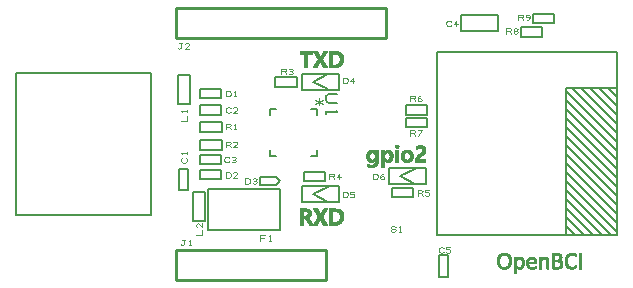
<source format=gto>
G04 EasyPC Gerber Version 20.0.2 Build 4112 *
G04 #@! TF.Part,Single*
G04 #@! TF.FileFunction,Legend,Top *
%FSLAX24Y24*%
%MOIN*%
%ADD11C,0.00100*%
%ADD12C,0.00300*%
%ADD10C,0.00500*%
%ADD13C,0.00600*%
%ADD14C,0.01000*%
X0Y0D02*
D02*
D10*
X4525Y2275D02*
Y7025D01*
X25*
Y2275*
X4525*
X5775Y3115D02*
X5455D01*
Y3825*
X5775*
Y3115*
X5815Y5995D02*
X5435D01*
Y6955*
X5815*
Y5995*
X6165Y3465D02*
Y3785D01*
X6875*
Y3465*
X6165*
Y3975D02*
Y4295D01*
X6875*
Y3975*
X6165*
Y5625D02*
Y5945D01*
X6875*
Y5625*
X6165*
Y6175D02*
Y6495D01*
X6875*
Y6175*
X6165*
X6315Y2095D02*
X5935D01*
Y3055*
X6315*
Y2095*
X6435Y1795D02*
X8815D01*
Y3155*
X6435*
Y1795*
X6885Y4775D02*
Y4455D01*
X6175*
Y4775*
X6885*
Y5375D02*
Y5055D01*
X6175*
Y5375*
X6885*
X8685Y3555D02*
X8155D01*
Y3295*
X8685*
X8815Y3425*
X8685Y3555*
X9385Y6875D02*
Y6555D01*
X8675*
Y6875*
X9385*
X9560Y2710D02*
Y3240D01*
X10790*
Y2710*
X9560*
Y6460D02*
Y6990D01*
X10790*
Y6460*
X9560*
X10744Y6325D02*
X10463D01*
X10400Y6294*
X10369Y6231*
Y6106*
X10400Y6044*
X10463Y6012*
X10744*
X10369Y5762D02*
Y5637D01*
Y5700D02*
X10744D01*
X10681Y5762*
X10335Y3725D02*
Y3405D01*
X9625*
Y3725*
X10335*
X10425Y2725D02*
X9925Y2975D01*
X10425Y3225*
Y6475D02*
X9925Y6725D01*
X10425Y6975*
X12460Y3310D02*
Y3840D01*
X13690*
Y3310*
X12460*
X12565Y2875D02*
Y3195D01*
X13275*
Y2875*
X12565*
X13015Y5625D02*
Y5945D01*
X13725*
Y5625*
X13015*
X13325Y3325D02*
X12825Y3575D01*
X13325Y3825*
X13735Y5525D02*
Y5205D01*
X13025*
Y5525*
X13735*
X14125Y935D02*
X14445D01*
Y225*
X14125*
Y935*
X16090Y8940D02*
Y8410D01*
X14860*
Y8940*
X16090*
X16865Y8225D02*
Y8545D01*
X17575*
Y8225*
X16865*
X17265Y8675D02*
Y8995D01*
X17975*
Y8675*
X17265*
X18675Y1625D02*
X18375Y1925D01*
X18975Y1625D02*
X18375Y2225D01*
X19275Y1625D02*
X18375Y2525D01*
X19575Y1625D02*
X18375Y2825D01*
X19875Y1625D02*
X18375Y3125D01*
X20075Y1625D02*
Y6525D01*
X18375*
Y1625*
X20075*
Y7725*
X14075*
Y1625*
X20075*
Y1725D02*
X18375Y3425D01*
X20075Y2025D02*
X18375Y3725D01*
X20075Y2325D02*
X18375Y4025D01*
X20075Y2625D02*
X18375Y4325D01*
X20075Y2925D02*
X18375Y4625D01*
X20075Y3225D02*
X18375Y4925D01*
X20075Y3525D02*
X18375Y5225D01*
X20075Y3825D02*
X18375Y5525D01*
X20075Y4125D02*
X18375Y5825D01*
X20075Y4425D02*
X18375Y6125D01*
X20075Y4725D02*
X18375Y6425D01*
X20075Y5025D02*
X18575Y6525D01*
X18875*
X20075Y5325*
Y5625*
X19175Y6525*
X19475*
X20075Y5925*
Y6225*
X19775Y6525*
D02*
D11*
X9923Y1957D02*
X9802D01*
X9716Y2099*
X9710Y2110*
X9704Y2119*
X9697Y2128*
X9692Y2135*
X9687Y2142*
X9681Y2148*
X9676Y2152*
X9672Y2156*
X9662Y2162*
X9653Y2167*
X9643Y2169*
X9632Y2170*
X9594*
Y1957*
X9489*
Y2497*
X9673*
X9696Y2497*
X9716Y2495*
X9737Y2492*
X9755Y2488*
X9772Y2483*
X9787Y2477*
X9801Y2469*
X9813Y2461*
X9824Y2451*
X9834Y2440*
X9842Y2428*
X9848Y2415*
X9854Y2400*
X9857Y2385*
X9860Y2369*
X9860Y2351*
X9860Y2338*
X9858Y2325*
X9856Y2313*
X9852Y2301*
X9848Y2290*
X9842Y2278*
X9836Y2268*
X9829Y2258*
X9821Y2248*
X9811Y2239*
X9801Y2232*
X9791Y2224*
X9779Y2217*
X9767Y2212*
X9754Y2206*
X9739Y2202*
Y2200*
X9749Y2196*
X9759Y2191*
X9768Y2183*
X9779Y2173*
X9789Y2162*
X9799Y2149*
X9810Y2134*
X9821Y2117*
X9923Y1957*
X9594Y2416D02*
Y2252D01*
X9656*
X9667*
X9676Y2254*
X9686Y2255*
X9695Y2258*
X9703Y2261*
X9711Y2266*
X9718Y2271*
X9724Y2276*
X9730Y2283*
X9736Y2290*
X9740Y2297*
X9743Y2304*
X9746Y2313*
X9748Y2321*
X9750Y2329*
Y2338*
Y2348*
X9749Y2357*
X9747Y2365*
X9744Y2372*
X9741Y2379*
X9737Y2385*
X9732Y2391*
X9727Y2396*
X9721Y2401*
X9714Y2405*
X9707Y2408*
X9698Y2411*
X9689Y2413*
X9680Y2414*
X9669Y2415*
X9658Y2416*
X9594*
X10402Y1957D02*
X10278D01*
X10175Y2142*
X10173Y2147*
X10170Y2155*
X10167Y2164*
X10164Y2175*
X10163*
X10156Y2157*
X10150Y2141*
X10046Y1957*
X9921*
X10095Y2227*
X9936Y2497*
X10063*
X10150Y2327*
X10154Y2317*
X10159Y2307*
X10163Y2296*
X10167Y2283*
X10169*
X10172Y2292*
X10176Y2302*
X10181Y2315*
X10187Y2329*
X10281Y2497*
X10399*
X10234Y2229*
X10402Y1957*
X10472D02*
Y2497D01*
X10652*
X10669Y2497*
X10686Y2496*
X10703Y2495*
X10718Y2493*
X10734Y2491*
X10749Y2488*
X10763Y2484*
X10777Y2481*
X10790Y2476*
X10803Y2471*
X10815Y2466*
X10826Y2460*
X10837Y2454*
X10848Y2446*
X10858Y2439*
X10867Y2431*
X10875Y2422*
X10884Y2414*
X10891Y2404*
X10898Y2394*
X10904Y2383*
X10910Y2373*
X10916Y2361*
X10921Y2349*
X10925Y2336*
X10928Y2323*
X10931Y2309*
X10934Y2295*
X10936Y2280*
X10937Y2265*
X10938Y2250*
X10939Y2234*
X10938Y2218*
X10937Y2203*
X10936Y2188*
X10933Y2174*
X10930Y2160*
X10927Y2146*
X10923Y2133*
X10918Y2120*
X10913Y2108*
X10907Y2096*
X10900Y2085*
X10893Y2073*
X10885Y2063*
X10877Y2052*
X10867Y2042*
X10858Y2032*
X10847Y2023*
X10837Y2015*
X10825Y2006*
X10814Y1999*
X10802Y1992*
X10790Y1986*
X10778Y1981*
X10765Y1976*
X10752Y1971*
X10738Y1967*
X10724Y1964*
X10710Y1962*
X10696Y1959*
X10680Y1958*
X10665Y1957*
X10649Y1957*
X10472*
X10577Y2410D02*
Y2043D01*
X10643*
X10664Y2044*
X10684Y2046*
X10703Y2050*
X10720Y2056*
X10737Y2063*
X10752Y2072*
X10766Y2082*
X10779Y2094*
X10791Y2107*
X10800Y2121*
X10809Y2137*
X10816Y2153*
X10821Y2171*
X10825Y2191*
X10827Y2211*
X10828Y2232*
X10827Y2253*
X10825Y2273*
X10821Y2291*
X10816Y2308*
X10809Y2324*
X10800Y2338*
X10791Y2352*
X10779Y2364*
X10766Y2375*
X10752Y2384*
X10737Y2392*
X10721Y2399*
X10703Y2403*
X10684Y2407*
X10665Y2409*
X10644Y2410*
X10577*
X9489Y1962D02*
X9594D01*
X9799D02*
X9919D01*
X9924D02*
X10049D01*
X10274D02*
X10399D01*
X10472D02*
X10715D01*
X9489Y1972D02*
X9594D01*
X9793D02*
X9913D01*
X9930D02*
X10055D01*
X10269D02*
X10393D01*
X10472D02*
X10753D01*
X9489Y1981D02*
X9594D01*
X9787D02*
X9907D01*
X9936D02*
X10060D01*
X10264D02*
X10387D01*
X10472D02*
X10779D01*
X9489Y1991D02*
X9594D01*
X9782D02*
X9902D01*
X9943D02*
X10065D01*
X10259D02*
X10381D01*
X10472D02*
X10799D01*
X9489Y2000D02*
X9594D01*
X9776D02*
X9896D01*
X9949D02*
X10071D01*
X10254D02*
X10375D01*
X10472D02*
X10815D01*
X9489Y2009D02*
X9594D01*
X9770D02*
X9890D01*
X9955D02*
X10076D01*
X10248D02*
X10370D01*
X10472D02*
X10829D01*
X9489Y2019D02*
X9594D01*
X9765D02*
X9884D01*
X9961D02*
X10081D01*
X10243D02*
X10364D01*
X10472D02*
X10842D01*
X9489Y2028D02*
X9594D01*
X9759D02*
X9878D01*
X9967D02*
X10086D01*
X10238D02*
X10358D01*
X10472D02*
X10853D01*
X9489Y2037D02*
X9594D01*
X9753D02*
X9872D01*
X9973D02*
X10092D01*
X10233D02*
X10352D01*
X10472D02*
X10863D01*
X9489Y2047D02*
X9594D01*
X9748D02*
X9866D01*
X9979D02*
X10097D01*
X10228D02*
X10347D01*
X10472D02*
X10577D01*
X10685D02*
X10872D01*
X9489Y2056D02*
X9594D01*
X9742D02*
X9860D01*
X9985D02*
X10102D01*
X10222D02*
X10341D01*
X10472D02*
X10577D01*
X10721D02*
X10880D01*
X9489Y2065D02*
X9594D01*
X9736D02*
X9854D01*
X9991D02*
X10108D01*
X10217D02*
X10335D01*
X10472D02*
X10577D01*
X10741D02*
X10887D01*
X9489Y2075D02*
X9594D01*
X9731D02*
X9848D01*
X9997D02*
X10113D01*
X10212D02*
X10329D01*
X10472D02*
X10577D01*
X10756D02*
X10894D01*
X9489Y2084D02*
X9594D01*
X9725D02*
X9842D01*
X10003D02*
X10118D01*
X10207D02*
X10323D01*
X10472D02*
X10577D01*
X10769D02*
X10900D01*
X9489Y2094D02*
X9594D01*
X9719D02*
X9836D01*
X10009D02*
X10123D01*
X10202D02*
X10318D01*
X10472D02*
X10577D01*
X10779D02*
X10906D01*
X9489Y2103D02*
X9594D01*
X9714D02*
X9830D01*
X10015D02*
X10129D01*
X10196D02*
X10312D01*
X10472D02*
X10577D01*
X10787D02*
X10910D01*
X9489Y2112D02*
X9594D01*
X9708D02*
X9824D01*
X10021D02*
X10134D01*
X10191D02*
X10306D01*
X10472D02*
X10577D01*
X10794D02*
X10915D01*
X9489Y2122D02*
X9594D01*
X9702D02*
X9818D01*
X10027D02*
X10139D01*
X10186D02*
X10300D01*
X10472D02*
X10577D01*
X10801D02*
X10919D01*
X9489Y2131D02*
X9594D01*
X9695D02*
X9812D01*
X10034D02*
X10145D01*
X10181D02*
X10295D01*
X10472D02*
X10577D01*
X10806D02*
X10922D01*
X9489Y2140D02*
X9594D01*
X9688D02*
X9805D01*
X10040D02*
X10150D01*
X10176D02*
X10289D01*
X10472D02*
X10577D01*
X10811D02*
X10925D01*
X9489Y2150D02*
X9594D01*
X9679D02*
X9798D01*
X10046D02*
X10154D01*
X10172D02*
X10283D01*
X10472D02*
X10577D01*
X10815D02*
X10928D01*
X9489Y2159D02*
X9594D01*
X9667D02*
X9791D01*
X10052D02*
X10157D01*
X10169D02*
X10277D01*
X10472D02*
X10577D01*
X10818D02*
X10930D01*
X9489Y2169D02*
X9594D01*
X9645D02*
X9783D01*
X10058D02*
X10161D01*
X10166D02*
X10271D01*
X10472D02*
X10577D01*
X10821D02*
X10932D01*
X9489Y2178D02*
X9774D01*
X10064D02*
X10266D01*
X10472D02*
X10577D01*
X10823D02*
X10934D01*
X9489Y2187D02*
X9763D01*
X10070D02*
X10260D01*
X10472D02*
X10577D01*
X10825D02*
X10936D01*
X9489Y2197D02*
X9748D01*
X10076D02*
X10254D01*
X10472D02*
X10577D01*
X10826D02*
X10937D01*
X9489Y2206D02*
X9754D01*
X10082D02*
X10248D01*
X10472D02*
X10577D01*
X10827D02*
X10937D01*
X9489Y2215D02*
X9775D01*
X10088D02*
X10243D01*
X10472D02*
X10577D01*
X10828D02*
X10938D01*
X9489Y2225D02*
X9792D01*
X10094D02*
X10237D01*
X10472D02*
X10577D01*
X10828D02*
X10938D01*
X9489Y2234D02*
X9805D01*
X10091D02*
X10237D01*
X10472D02*
X10577D01*
X10828D02*
X10939D01*
X9489Y2244D02*
X9816D01*
X10085D02*
X10243D01*
X10472D02*
X10577D01*
X10828D02*
X10938D01*
X9489Y2253D02*
X9594D01*
X9672D02*
X9825D01*
X10080D02*
X10249D01*
X10472D02*
X10577D01*
X10827D02*
X10938D01*
X9489Y2262D02*
X9594D01*
X9704D02*
X9832D01*
X10074D02*
X10254D01*
X10472D02*
X10577D01*
X10826D02*
X10937D01*
X9489Y2272D02*
X9594D01*
X9719D02*
X9838D01*
X10069D02*
X10260D01*
X10472D02*
X10577D01*
X10825D02*
X10937D01*
X9489Y2281D02*
X9594D01*
X9729D02*
X9844D01*
X10063D02*
X10266D01*
X10472D02*
X10577D01*
X10824D02*
X10936D01*
X9489Y2290D02*
X9594D01*
X9736D02*
X9848D01*
X10058D02*
X10165D01*
X10171D02*
X10272D01*
X10472D02*
X10577D01*
X10822D02*
X10934D01*
X9489Y2300D02*
X9594D01*
X9741D02*
X9852D01*
X10052D02*
X10162D01*
X10175D02*
X10277D01*
X10472D02*
X10577D01*
X10819D02*
X10933D01*
X9489Y2309D02*
X9594D01*
X9745D02*
X9855D01*
X10047D02*
X10158D01*
X10179D02*
X10283D01*
X10472D02*
X10577D01*
X10816D02*
X10931D01*
X9489Y2318D02*
X9594D01*
X9748D02*
X9857D01*
X10041D02*
X10154D01*
X10182D02*
X10289D01*
X10472D02*
X10577D01*
X10812D02*
X10929D01*
X9489Y2328D02*
X9594D01*
X9749D02*
X9858D01*
X10036D02*
X10150D01*
X10186D02*
X10295D01*
X10472D02*
X10577D01*
X10807D02*
X10927D01*
X9489Y2337D02*
X9594D01*
X9750D02*
X9859D01*
X10030D02*
X10145D01*
X10191D02*
X10300D01*
X10472D02*
X10577D01*
X10801D02*
X10924D01*
X9489Y2347D02*
X9594D01*
X9750D02*
X9860D01*
X10025D02*
X10140D01*
X10197D02*
X10306D01*
X10472D02*
X10577D01*
X10795D02*
X10921D01*
X9489Y2356D02*
X9594D01*
X9749D02*
X9860D01*
X10019D02*
X10135D01*
X10202D02*
X10312D01*
X10472D02*
X10577D01*
X10787D02*
X10918D01*
X9489Y2365D02*
X9594D01*
X9747D02*
X9860D01*
X10014D02*
X10130D01*
X10207D02*
X10318D01*
X10472D02*
X10577D01*
X10778D02*
X10914D01*
X9489Y2375D02*
X9594D01*
X9743D02*
X9859D01*
X10008D02*
X10126D01*
X10213D02*
X10323D01*
X10472D02*
X10577D01*
X10767D02*
X10909D01*
X9489Y2384D02*
X9594D01*
X9738D02*
X9857D01*
X10003D02*
X10121D01*
X10218D02*
X10329D01*
X10472D02*
X10577D01*
X10753D02*
X10904D01*
X9489Y2393D02*
X9594D01*
X9730D02*
X9855D01*
X9997D02*
X10116D01*
X10223D02*
X10335D01*
X10472D02*
X10577D01*
X10734D02*
X10899D01*
X9489Y2403D02*
X9594D01*
X9718D02*
X9853D01*
X9991D02*
X10111D01*
X10228D02*
X10341D01*
X10472D02*
X10577D01*
X10706D02*
X10892D01*
X9489Y2412D02*
X9594D01*
X9692D02*
X9849D01*
X9986D02*
X10107D01*
X10234D02*
X10346D01*
X10472D02*
X10885D01*
X9489Y2422D02*
X9845D01*
X9980D02*
X10102D01*
X10239D02*
X10352D01*
X10472D02*
X10876D01*
X9489Y2431D02*
X9840D01*
X9975D02*
X10097D01*
X10244D02*
X10358D01*
X10472D02*
X10867D01*
X9489Y2440D02*
X9834D01*
X9969D02*
X10092D01*
X10249D02*
X10364D01*
X10472D02*
X10856D01*
X9489Y2450D02*
X9825D01*
X9964D02*
X10087D01*
X10255D02*
X10369D01*
X10472D02*
X10843D01*
X9489Y2459D02*
X9815D01*
X9958D02*
X10083D01*
X10260D02*
X10375D01*
X10472D02*
X10828D01*
X9489Y2468D02*
X9802D01*
X9953D02*
X10078D01*
X10265D02*
X10381D01*
X10472D02*
X10809D01*
X9489Y2478D02*
X9784D01*
X9947D02*
X10073D01*
X10271D02*
X10387D01*
X10472D02*
X10785D01*
X9489Y2487D02*
X9757D01*
X9942D02*
X10068D01*
X10276D02*
X10392D01*
X10472D02*
X10752D01*
X9489Y2496D02*
X9698D01*
X9936D02*
X10064D01*
X10281D02*
X10398D01*
X10472D02*
X10676D01*
X9901Y7660D02*
X9746D01*
Y7207*
X9641*
Y7660*
X9488*
Y7747*
X9901*
Y7660*
X10398Y7207D02*
X10274D01*
X10171Y7392*
X10169Y7397*
X10166Y7405*
X10163Y7414*
X10161Y7425*
X10159*
X10153Y7407*
X10146Y7391*
X10042Y7207*
X9917*
X10092Y7477*
X9932Y7747*
X10059*
X10146Y7577*
X10151Y7567*
X10155Y7557*
X10160Y7546*
X10163Y7533*
X10165*
X10168Y7542*
X10172Y7552*
X10177Y7565*
X10183Y7579*
X10278Y7747*
X10395*
X10230Y7479*
X10398Y7207*
X10469D02*
Y7747D01*
X10648*
X10665Y7747*
X10683Y7746*
X10699Y7745*
X10715Y7743*
X10730Y7741*
X10745Y7738*
X10760Y7734*
X10773Y7731*
X10787Y7726*
X10799Y7721*
X10811Y7716*
X10823Y7710*
X10833Y7704*
X10844Y7696*
X10854Y7689*
X10863Y7681*
X10871Y7672*
X10880Y7664*
X10888Y7654*
X10894Y7644*
X10901Y7633*
X10907Y7623*
X10912Y7611*
X10917Y7599*
X10921Y7586*
X10925Y7573*
X10928Y7559*
X10930Y7545*
X10932Y7530*
X10934Y7515*
X10934Y7500*
X10935Y7484*
X10934Y7468*
X10934Y7453*
X10932Y7438*
X10930Y7424*
X10927Y7410*
X10923Y7396*
X10919Y7383*
X10914Y7370*
X10909Y7358*
X10903Y7346*
X10896Y7335*
X10889Y7323*
X10881Y7313*
X10873Y7302*
X10864Y7292*
X10854Y7282*
X10844Y7273*
X10833Y7265*
X10822Y7256*
X10810Y7249*
X10799Y7242*
X10787Y7236*
X10774Y7231*
X10761Y7226*
X10748Y7221*
X10734Y7217*
X10721Y7214*
X10706Y7212*
X10692Y7209*
X10677Y7208*
X10661Y7207*
X10645Y7207*
X10469*
X10573Y7660D02*
Y7293D01*
X10639*
X10661Y7294*
X10681Y7296*
X10699Y7300*
X10717Y7306*
X10733Y7313*
X10748Y7322*
X10763Y7332*
X10775Y7344*
X10787Y7357*
X10797Y7371*
X10806Y7387*
X10812Y7403*
X10818Y7421*
X10822Y7441*
X10824Y7461*
X10825Y7482*
X10824Y7503*
X10822Y7523*
X10818Y7541*
X10812Y7558*
X10806Y7574*
X10797Y7588*
X10787Y7602*
X10775Y7614*
X10763Y7625*
X10748Y7634*
X10733Y7642*
X10717Y7649*
X10700Y7653*
X10681Y7657*
X10661Y7659*
X10640Y7660*
X10573*
X9641Y7212D02*
X9746D01*
X9921D02*
X10046D01*
X10271D02*
X10395D01*
X10469D02*
X10711D01*
X9641Y7222D02*
X9746D01*
X9927D02*
X10051D01*
X10265D02*
X10389D01*
X10469D02*
X10749D01*
X9641Y7231D02*
X9746D01*
X9933D02*
X10056D01*
X10260D02*
X10383D01*
X10469D02*
X10776D01*
X9641Y7241D02*
X9746D01*
X9939D02*
X10062D01*
X10255D02*
X10377D01*
X10469D02*
X10795D01*
X9641Y7250D02*
X9746D01*
X9945D02*
X10067D01*
X10250D02*
X10372D01*
X10469D02*
X10812D01*
X9641Y7259D02*
X9746D01*
X9951D02*
X10072D01*
X10245D02*
X10366D01*
X10469D02*
X10825D01*
X9641Y7269D02*
X9746D01*
X9957D02*
X10077D01*
X10239D02*
X10360D01*
X10469D02*
X10838D01*
X9641Y7278D02*
X9746D01*
X9963D02*
X10083D01*
X10234D02*
X10354D01*
X10469D02*
X10849D01*
X9641Y7287D02*
X9746D01*
X9969D02*
X10088D01*
X10229D02*
X10349D01*
X10469D02*
X10859D01*
X9641Y7297D02*
X9746D01*
X9975D02*
X10093D01*
X10224D02*
X10343D01*
X10469D02*
X10573D01*
X10682D02*
X10868D01*
X9641Y7306D02*
X9746D01*
X9981D02*
X10099D01*
X10219D02*
X10337D01*
X10469D02*
X10573D01*
X10717D02*
X10876D01*
X9641Y7315D02*
X9746D01*
X9987D02*
X10104D01*
X10214D02*
X10331D01*
X10469D02*
X10573D01*
X10737D02*
X10883D01*
X9641Y7325D02*
X9746D01*
X9993D02*
X10109D01*
X10208D02*
X10325D01*
X10469D02*
X10573D01*
X10753D02*
X10890D01*
X9641Y7334D02*
X9746D01*
X9999D02*
X10114D01*
X10203D02*
X10320D01*
X10469D02*
X10573D01*
X10765D02*
X10896D01*
X9641Y7344D02*
X9746D01*
X10006D02*
X10120D01*
X10198D02*
X10314D01*
X10469D02*
X10573D01*
X10775D02*
X10902D01*
X9641Y7353D02*
X9746D01*
X10012D02*
X10125D01*
X10193D02*
X10308D01*
X10469D02*
X10573D01*
X10783D02*
X10907D01*
X9641Y7362D02*
X9746D01*
X10018D02*
X10130D01*
X10188D02*
X10302D01*
X10469D02*
X10573D01*
X10791D02*
X10911D01*
X9641Y7372D02*
X9746D01*
X10024D02*
X10136D01*
X10182D02*
X10297D01*
X10469D02*
X10573D01*
X10797D02*
X10915D01*
X9641Y7381D02*
X9746D01*
X10030D02*
X10141D01*
X10177D02*
X10291D01*
X10469D02*
X10573D01*
X10802D02*
X10919D01*
X9641Y7390D02*
X9746D01*
X10036D02*
X10146D01*
X10172D02*
X10285D01*
X10469D02*
X10573D01*
X10807D02*
X10922D01*
X9641Y7400D02*
X9746D01*
X10042D02*
X10150D01*
X10168D02*
X10279D01*
X10469D02*
X10573D01*
X10811D02*
X10924D01*
X9641Y7409D02*
X9746D01*
X10048D02*
X10154D01*
X10165D02*
X10273D01*
X10469D02*
X10573D01*
X10814D02*
X10926D01*
X9641Y7419D02*
X9746D01*
X10054D02*
X10157D01*
X10162D02*
X10268D01*
X10469D02*
X10573D01*
X10817D02*
X10928D01*
X9641Y7428D02*
X9746D01*
X10060D02*
X10262D01*
X10469D02*
X10573D01*
X10819D02*
X10930D01*
X9641Y7437D02*
X9746D01*
X10066D02*
X10256D01*
X10469D02*
X10573D01*
X10821D02*
X10932D01*
X9641Y7447D02*
X9746D01*
X10072D02*
X10250D01*
X10469D02*
X10573D01*
X10822D02*
X10933D01*
X9641Y7456D02*
X9746D01*
X10078D02*
X10245D01*
X10469D02*
X10573D01*
X10823D02*
X10934D01*
X9641Y7465D02*
X9746D01*
X10084D02*
X10239D01*
X10469D02*
X10573D01*
X10824D02*
X10934D01*
X9641Y7475D02*
X9746D01*
X10090D02*
X10233D01*
X10469D02*
X10573D01*
X10824D02*
X10935D01*
X9641Y7484D02*
X9746D01*
X10087D02*
X10233D01*
X10469D02*
X10573D01*
X10825D02*
X10935D01*
X9641Y7494D02*
X9746D01*
X10082D02*
X10239D01*
X10469D02*
X10573D01*
X10824D02*
X10935D01*
X9641Y7503D02*
X9746D01*
X10076D02*
X10245D01*
X10469D02*
X10573D01*
X10824D02*
X10934D01*
X9641Y7512D02*
X9746D01*
X10071D02*
X10251D01*
X10469D02*
X10573D01*
X10823D02*
X10934D01*
X9641Y7522D02*
X9746D01*
X10065D02*
X10256D01*
X10469D02*
X10573D01*
X10822D02*
X10933D01*
X9641Y7531D02*
X9746D01*
X10060D02*
X10262D01*
X10469D02*
X10573D01*
X10820D02*
X10932D01*
X9641Y7540D02*
X9746D01*
X10054D02*
X10161D01*
X10167D02*
X10268D01*
X10469D02*
X10573D01*
X10818D02*
X10931D01*
X9641Y7550D02*
X9746D01*
X10049D02*
X10158D01*
X10171D02*
X10274D01*
X10469D02*
X10573D01*
X10815D02*
X10929D01*
X9641Y7559D02*
X9746D01*
X10043D02*
X10154D01*
X10175D02*
X10279D01*
X10469D02*
X10573D01*
X10812D02*
X10928D01*
X9641Y7568D02*
X9746D01*
X10038D02*
X10150D01*
X10179D02*
X10285D01*
X10469D02*
X10573D01*
X10808D02*
X10926D01*
X9641Y7578D02*
X9746D01*
X10032D02*
X10146D01*
X10183D02*
X10291D01*
X10469D02*
X10573D01*
X10803D02*
X10923D01*
X9641Y7587D02*
X9746D01*
X10026D02*
X10141D01*
X10188D02*
X10297D01*
X10469D02*
X10573D01*
X10798D02*
X10920D01*
X9641Y7597D02*
X9746D01*
X10021D02*
X10136D01*
X10193D02*
X10302D01*
X10469D02*
X10573D01*
X10791D02*
X10918D01*
X9641Y7606D02*
X9746D01*
X10015D02*
X10131D01*
X10198D02*
X10308D01*
X10469D02*
X10573D01*
X10783D02*
X10914D01*
X9641Y7615D02*
X9746D01*
X10010D02*
X10127D01*
X10204D02*
X10314D01*
X10469D02*
X10573D01*
X10774D02*
X10910D01*
X9641Y7625D02*
X9746D01*
X10004D02*
X10122D01*
X10209D02*
X10320D01*
X10469D02*
X10573D01*
X10763D02*
X10906D01*
X9641Y7634D02*
X9746D01*
X9999D02*
X10117D01*
X10214D02*
X10325D01*
X10469D02*
X10573D01*
X10749D02*
X10900D01*
X9641Y7643D02*
X9746D01*
X9993D02*
X10112D01*
X10219D02*
X10331D01*
X10469D02*
X10573D01*
X10730D02*
X10895D01*
X9641Y7653D02*
X9746D01*
X9988D02*
X10108D01*
X10225D02*
X10337D01*
X10469D02*
X10573D01*
X10702D02*
X10888D01*
X9488Y7662D02*
X9901D01*
X9982D02*
X10103D01*
X10230D02*
X10343D01*
X10469D02*
X10881D01*
X9488Y7672D02*
X9901D01*
X9977D02*
X10098D01*
X10235D02*
X10349D01*
X10469D02*
X10872D01*
X9488Y7681D02*
X9901D01*
X9971D02*
X10093D01*
X10240D02*
X10354D01*
X10469D02*
X10864D01*
X9488Y7690D02*
X9901D01*
X9966D02*
X10089D01*
X10246D02*
X10360D01*
X10469D02*
X10852D01*
X9488Y7700D02*
X9901D01*
X9960D02*
X10084D01*
X10251D02*
X10366D01*
X10469D02*
X10839D01*
X9488Y7709D02*
X9901D01*
X9955D02*
X10079D01*
X10256D02*
X10371D01*
X10469D02*
X10824D01*
X9488Y7718D02*
X9901D01*
X9949D02*
X10074D01*
X10262D02*
X10377D01*
X10469D02*
X10806D01*
X9488Y7728D02*
X9901D01*
X9944D02*
X10069D01*
X10267D02*
X10383D01*
X10469D02*
X10782D01*
X9488Y7737D02*
X9901D01*
X9938D02*
X10065D01*
X10272D02*
X10389D01*
X10469D02*
X10748D01*
X9488Y7746D02*
X9901D01*
X9932D02*
X10060D01*
X10277D02*
X10395D01*
X10469D02*
X10672D01*
X12092Y4097D02*
X12091Y4071D01*
X12089Y4046*
X12084Y4023*
X12078Y4002*
X12070Y3982*
X12059Y3964*
X12047Y3947*
X12033Y3932*
X12018Y3919*
X12001Y3907*
X11982Y3897*
X11961Y3890*
X11939Y3883*
X11915Y3879*
X11889Y3876*
X11862Y3875*
X11843Y3875*
X11825Y3877*
X11809Y3878*
X11793Y3881*
X11778Y3885*
X11763Y3889*
X11750Y3894*
X11738Y3899*
Y3988*
X11753Y3980*
X11768Y3973*
X11783Y3967*
X11799Y3962*
X11814Y3958*
X11829Y3955*
X11844Y3954*
X11859Y3953*
X11875Y3954*
X11889Y3955*
X11902Y3958*
X11915Y3961*
X11926Y3966*
X11937Y3972*
X11947Y3979*
X11956Y3986*
X11964Y3995*
X11971Y4005*
X11977Y4015*
X11982Y4026*
X11986Y4039*
X11988Y4052*
X11990Y4066*
X11990Y4081*
Y4115*
X11989*
X11984Y4107*
X11978Y4099*
X11972Y4092*
X11966Y4085*
X11959Y4079*
X11952Y4074*
X11945Y4068*
X11937Y4064*
X11929Y4060*
X11921Y4057*
X11912Y4054*
X11904Y4051*
X11895Y4049*
X11885Y4048*
X11875Y4047*
X11865Y4047*
X11848Y4048*
X11831Y4050*
X11815Y4054*
X11800Y4060*
X11786Y4067*
X11773Y4076*
X11760Y4087*
X11749Y4099*
X11739Y4112*
X11730Y4127*
X11722Y4143*
X11716Y4160*
X11711Y4178*
X11708Y4197*
X11706Y4217*
X11705Y4238*
X11706Y4262*
X11708Y4285*
X11712Y4306*
X11717Y4326*
X11724Y4345*
X11732Y4362*
X11742Y4378*
X11754Y4394*
X11766Y4407*
X11779Y4419*
X11794Y4429*
X11809Y4437*
X11826Y4443*
X11843Y4448*
X11862Y4451*
X11881Y4452*
X11898Y4451*
X11914Y4448*
X11929Y4444*
X11944Y4437*
X11956Y4430*
X11968Y4420*
X11979Y4408*
X11989Y4395*
X11990*
Y4442*
X12092*
Y4097*
X11991Y4277D02*
X11991Y4287D01*
X11990Y4296*
X11988Y4305*
X11986Y4313*
X11982Y4322*
X11978Y4330*
X11973Y4337*
X11967Y4344*
X11961Y4351*
X11954Y4356*
X11946Y4361*
X11939Y4365*
X11931Y4368*
X11923Y4370*
X11914Y4372*
X11904Y4372*
X11894Y4372*
X11884Y4370*
X11874Y4367*
X11865Y4363*
X11857Y4358*
X11849Y4353*
X11841Y4346*
X11835Y4338*
X11828Y4329*
X11823Y4319*
X11819Y4309*
X11815Y4297*
X11812Y4285*
X11810Y4271*
X11809Y4257*
X11809Y4242*
X11809Y4229*
X11810Y4217*
X11812Y4206*
X11815Y4195*
X11818Y4185*
X11822Y4175*
X11827Y4166*
X11833Y4158*
X11840Y4151*
X11846Y4145*
X11854Y4139*
X11862Y4135*
X11870Y4131*
X11879Y4129*
X11889Y4127*
X11899Y4127*
X11909Y4127*
X11918Y4129*
X11927Y4131*
X11936Y4135*
X11945Y4139*
X11952Y4145*
X11959Y4151*
X11966Y4158*
X11972Y4166*
X11977Y4175*
X11982Y4184*
X11985Y4194*
X11988Y4204*
X11990Y4215*
X11991Y4227*
X11991Y4239*
Y4277*
X12302Y4104D02*
Y3879D01*
X12199*
Y4442*
X12302*
Y4381*
X12303*
X12309Y4390*
X12315Y4398*
X12321Y4405*
X12328Y4412*
X12335Y4418*
X12341Y4424*
X12349Y4430*
X12357Y4434*
X12365Y4438*
X12374Y4442*
X12382Y4445*
X12391Y4447*
X12401Y4449*
X12410Y4451*
X12420Y4451*
X12430Y4452*
X12447Y4451*
X12465Y4448*
X12480Y4444*
X12495Y4439*
X12509Y4432*
X12522Y4423*
X12534Y4413*
X12545Y4400*
X12555Y4387*
X12563Y4373*
X12571Y4357*
X12576Y4340*
X12581Y4322*
X12584Y4303*
X12586Y4282*
X12587Y4260*
X12586Y4237*
X12584Y4215*
X12580Y4193*
X12575Y4173*
X12569Y4155*
X12560Y4137*
X12550Y4121*
X12539Y4105*
X12527Y4092*
X12513Y4080*
X12499Y4070*
X12484Y4062*
X12467Y4055*
X12450Y4051*
X12431Y4048*
X12412Y4047*
X12395Y4048*
X12379Y4051*
X12363Y4055*
X12349Y4062*
X12336Y4070*
X12324Y4080*
X12313Y4091*
X12303Y4104*
X12302*
X12300Y4225D02*
Y4214D01*
X12302Y4204*
X12304Y4195*
X12306Y4186*
X12310Y4178*
X12314Y4169*
X12319Y4162*
X12324Y4155*
X12331Y4148*
X12338Y4143*
X12344Y4138*
X12352Y4134*
X12360Y4131*
X12368Y4129*
X12377Y4127*
X12386Y4127*
X12398Y4127*
X12408Y4129*
X12418Y4132*
X12426Y4136*
X12435Y4141*
X12443Y4146*
X12450Y4154*
X12457Y4162*
X12463Y4171*
X12468Y4181*
X12472Y4192*
X12476Y4204*
X12478Y4217*
X12481Y4230*
X12482Y4245*
X12482Y4260*
X12482Y4273*
X12481Y4286*
X12479Y4298*
X12476Y4309*
X12473Y4319*
X12469Y4328*
X12465Y4336*
X12460Y4344*
X12454Y4351*
X12447Y4356*
X12440Y4361*
X12432Y4365*
X12424Y4368*
X12414Y4370*
X12404Y4372*
X12394Y4372*
X12384Y4372*
X12374Y4370*
X12364Y4368*
X12356Y4364*
X12347Y4360*
X12340Y4354*
X12333Y4348*
X12326Y4341*
X12320Y4333*
X12315Y4324*
X12310Y4315*
X12307Y4306*
X12304Y4295*
X12302Y4285*
X12300Y4274*
Y4262*
Y4225*
X12661Y4569D02*
X12661Y4575D01*
X12662Y4581*
X12663Y4586*
X12665Y4591*
X12668Y4596*
X12670Y4601*
X12674Y4604*
X12677Y4609*
X12682Y4612*
X12687Y4616*
X12692Y4619*
X12697Y4621*
X12702Y4623*
X12708Y4624*
X12715Y4625*
X12721*
X12733Y4624*
X12744Y4621*
X12755Y4616*
X12764Y4609*
X12768Y4605*
X12771Y4601*
X12774Y4596*
X12777Y4591*
X12779Y4586*
X12780Y4581*
X12781Y4575*
Y4569*
Y4563*
X12780Y4558*
X12779Y4553*
X12777Y4548*
X12775Y4543*
X12772Y4538*
X12768Y4534*
X12764Y4530*
X12759Y4526*
X12755Y4523*
X12750Y4520*
X12745Y4518*
X12739Y4516*
X12733Y4515*
X12727Y4514*
X12721*
X12715*
X12708Y4515*
X12702Y4517*
X12697Y4518*
X12692Y4521*
X12687Y4523*
X12682Y4526*
X12678Y4530*
X12674Y4534*
X12671Y4539*
X12668Y4543*
X12665Y4548*
X12663Y4553*
X12662Y4559*
X12661Y4564*
X12661Y4569*
X12669Y4057D02*
Y4442D01*
X12771*
Y4057*
X12669*
X12854Y4247D02*
X12854Y4270D01*
X12857Y4292*
X12862Y4312*
X12867Y4332*
X12875Y4350*
X12885Y4367*
X12896Y4382*
X12909Y4397*
X12924Y4410*
X12940Y4421*
X12957Y4430*
X12975Y4438*
X12995Y4444*
X13015Y4448*
X13037Y4451*
X13061Y4452*
X13083Y4451*
X13104Y4448*
X13124Y4444*
X13143Y4438*
X13161Y4431*
X13177Y4421*
X13192Y4411*
X13206Y4398*
X13219Y4384*
X13230Y4369*
X13239Y4353*
X13246Y4335*
X13252Y4316*
X13257Y4296*
X13259Y4276*
X13259Y4254*
X13259Y4231*
X13256Y4209*
X13252Y4188*
X13246Y4169*
X13238Y4151*
X13229Y4134*
X13217Y4118*
X13204Y4104*
X13190Y4090*
X13175Y4079*
X13157Y4069*
X13139Y4061*
X13120Y4055*
X13099Y4051*
X13078Y4048*
X13055Y4047*
X13032Y4048*
X13011Y4050*
X12991Y4055*
X12972Y4061*
X12954Y4068*
X12937Y4078*
X12922Y4088*
X12908Y4101*
X12895Y4115*
X12884Y4131*
X12875Y4147*
X12867Y4165*
X12861Y4184*
X12857Y4204*
X12854Y4225*
X12854Y4247*
X12957Y4249D02*
X12958Y4234D01*
X12959Y4220*
X12961Y4208*
X12964Y4195*
X12967Y4185*
X12971Y4175*
X12976Y4166*
X12982Y4158*
X12989Y4150*
X12997Y4144*
X13005Y4139*
X13014Y4135*
X13024Y4131*
X13034Y4129*
X13046Y4127*
X13058Y4127*
X13070Y4127*
X13081Y4129*
X13091Y4131*
X13101Y4135*
X13110Y4139*
X13117Y4145*
X13125Y4151*
X13131Y4158*
X13137Y4166*
X13142Y4176*
X13146Y4186*
X13149Y4197*
X13152Y4209*
X13154Y4222*
X13155Y4236*
X13155Y4251*
X13155Y4266*
X13154Y4280*
X13152Y4292*
X13149Y4304*
X13146Y4315*
X13142Y4325*
X13137Y4334*
X13131Y4342*
X13125Y4349*
X13117Y4355*
X13109Y4360*
X13100Y4364*
X13091Y4368*
X13081Y4370*
X13070Y4372*
X13058Y4372*
X13046Y4372*
X13035Y4370*
X13025Y4367*
X13015Y4364*
X13007Y4359*
X12998Y4354*
X12990Y4347*
X12984Y4339*
X12977Y4331*
X12972Y4321*
X12967Y4311*
X12964Y4300*
X12961Y4289*
X12959Y4276*
X12958Y4263*
X12957Y4249*
X13445Y4143D02*
X13674D01*
Y4057*
X13336*
Y4097*
X13337Y4119*
X13340Y4139*
X13344Y4159*
X13351Y4178*
X13360Y4196*
X13369Y4214*
X13381Y4230*
X13394Y4247*
X13402Y4255*
X13411Y4265*
X13423Y4276*
X13437Y4288*
X13452Y4301*
X13470Y4314*
X13489Y4330*
X13510Y4346*
X13519Y4352*
X13527Y4358*
X13533Y4364*
X13540Y4371*
X13546Y4377*
X13551Y4383*
X13556Y4389*
X13560Y4395*
X13567Y4407*
X13571Y4419*
X13574Y4433*
X13575Y4447*
X13574Y4456*
X13573Y4464*
X13572Y4472*
X13570Y4479*
X13567Y4486*
X13563Y4492*
X13559Y4498*
X13554Y4503*
X13548Y4508*
X13542Y4512*
X13535Y4516*
X13527Y4518*
X13518Y4521*
X13509Y4522*
X13499Y4523*
X13488Y4523*
X13471Y4522*
X13454Y4520*
X13437Y4516*
X13420Y4509*
X13404Y4502*
X13387Y4492*
X13371Y4481*
X13355Y4468*
Y4561*
X13372Y4571*
X13389Y4580*
X13406Y4588*
X13425Y4594*
X13444Y4600*
X13463Y4603*
X13483Y4605*
X13503Y4606*
X13523Y4605*
X13543Y4604*
X13560Y4600*
X13577Y4596*
X13593Y4590*
X13607Y4583*
X13620Y4575*
X13633Y4565*
X13643Y4554*
X13653Y4543*
X13660Y4530*
X13667Y4517*
X13672Y4502*
X13675Y4486*
X13677Y4470*
X13678Y4453*
X13677Y4435*
X13675Y4417*
X13672Y4401*
X13666Y4387*
X13660Y4373*
X13653Y4359*
X13644Y4347*
X13634Y4334*
X13624Y4323*
X13613Y4312*
X13602Y4302*
X13590Y4291*
X13564Y4271*
X13537Y4251*
X13525Y4243*
X13514Y4234*
X13504Y4226*
X13495Y4217*
X13486Y4210*
X13479Y4203*
X13472Y4195*
X13466Y4189*
X13461Y4182*
X13457Y4176*
X13453Y4170*
X13450Y4164*
X13447Y4159*
X13446Y4153*
X13445Y4148*
X13445Y4143*
X11779Y3884D02*
X11942D01*
X12199D02*
X12302D01*
X11750Y3894D02*
X11972D01*
X12199D02*
X12302D01*
X11738Y3903D02*
X11993D01*
X12199D02*
X12302D01*
X11738Y3912D02*
X12008D01*
X12199D02*
X12302D01*
X11738Y3922D02*
X12021D01*
X12199D02*
X12302D01*
X11738Y3931D02*
X12032D01*
X12199D02*
X12302D01*
X11738Y3941D02*
X12041D01*
X12199D02*
X12302D01*
X11738Y3950D02*
X12049D01*
X12199D02*
X12302D01*
X11738Y3959D02*
X11809D01*
X11908D02*
X12056D01*
X12199D02*
X12302D01*
X11738Y3969D02*
X11778D01*
X11932D02*
X12062D01*
X12199D02*
X12302D01*
X11738Y3978D02*
X11757D01*
X11946D02*
X12067D01*
X12199D02*
X12302D01*
X11738Y3987D02*
X11739D01*
X11957D02*
X12072D01*
X12199D02*
X12302D01*
X11965Y3997D02*
X12076D01*
X12199D02*
X12302D01*
X11972Y4006D02*
X12079D01*
X12199D02*
X12302D01*
X11977Y4016D02*
X12082D01*
X12199D02*
X12302D01*
X11981Y4025D02*
X12084D01*
X12199D02*
X12302D01*
X11984Y4034D02*
X12086D01*
X12199D02*
X12302D01*
X11987Y4044D02*
X12088D01*
X12199D02*
X12302D01*
X11820Y4053D02*
X11910D01*
X11989D02*
X12089D01*
X12199D02*
X12302D01*
X12371D02*
X12459D01*
X12998D02*
X13110D01*
X11796Y4062D02*
X11934D01*
X11990D02*
X12091D01*
X12199D02*
X12302D01*
X12348D02*
X12485D01*
X12669D02*
X12771D01*
X12968D02*
X13143D01*
X13336D02*
X13674D01*
X11780Y4072D02*
X11949D01*
X11990D02*
X12092D01*
X12199D02*
X12302D01*
X12334D02*
X12501D01*
X12669D02*
X12771D01*
X12948D02*
X13163D01*
X13336D02*
X13674D01*
X11767Y4081D02*
X11961D01*
X11990D02*
X12092D01*
X12199D02*
X12302D01*
X12322D02*
X12515D01*
X12669D02*
X12771D01*
X12932D02*
X13178D01*
X13336D02*
X13674D01*
X11757Y4091D02*
X11971D01*
X11990D02*
X12092D01*
X12199D02*
X12302D01*
X12313D02*
X12525D01*
X12669D02*
X12771D01*
X12920D02*
X13190D01*
X13336D02*
X13674D01*
X11748Y4100D02*
X11978D01*
X11990D02*
X12092D01*
X12199D02*
X12302D01*
X12306D02*
X12534D01*
X12669D02*
X12771D01*
X12909D02*
X13200D01*
X13336D02*
X13674D01*
X11741Y4109D02*
X11985D01*
X11990D02*
X12092D01*
X12199D02*
X12542D01*
X12669D02*
X12771D01*
X12901D02*
X13209D01*
X13337D02*
X13674D01*
X11735Y4119D02*
X12092D01*
X12199D02*
X12549D01*
X12669D02*
X12771D01*
X12893D02*
X13218D01*
X13337D02*
X13674D01*
X11729Y4128D02*
X11885D01*
X11912D02*
X12092D01*
X12199D02*
X12374D01*
X12401D02*
X12555D01*
X12669D02*
X12771D01*
X12886D02*
X13041D01*
X13074D02*
X13225D01*
X13338D02*
X13674D01*
X11725Y4137D02*
X11857D01*
X11941D02*
X12092D01*
X12199D02*
X12345D01*
X12429D02*
X12560D01*
X12669D02*
X12771D01*
X12880D02*
X13008D01*
X13106D02*
X13231D01*
X13340D02*
X13674D01*
X11721Y4147D02*
X11844D01*
X11954D02*
X12092D01*
X12199D02*
X12333D01*
X12443D02*
X12565D01*
X12669D02*
X12771D01*
X12875D02*
X12993D01*
X13120D02*
X13236D01*
X13342D02*
X13445D01*
X11717Y4156D02*
X11835D01*
X11964D02*
X12092D01*
X12199D02*
X12323D01*
X12452D02*
X12569D01*
X12669D02*
X12771D01*
X12871D02*
X12984D01*
X13129D02*
X13240D01*
X13344D02*
X13447D01*
X11714Y4165D02*
X11828D01*
X11971D02*
X12092D01*
X12199D02*
X12317D01*
X12459D02*
X12572D01*
X12669D02*
X12771D01*
X12867D02*
X12976D01*
X13136D02*
X13244D01*
X13347D02*
X13451D01*
X11712Y4175D02*
X11823D01*
X11977D02*
X12092D01*
X12199D02*
X12311D01*
X12465D02*
X12575D01*
X12669D02*
X12771D01*
X12864D02*
X12971D01*
X13141D02*
X13248D01*
X13350D02*
X13456D01*
X11710Y4184D02*
X11818D01*
X11982D02*
X12092D01*
X12199D02*
X12307D01*
X12469D02*
X12578D01*
X12669D02*
X12771D01*
X12861D02*
X12967D01*
X13145D02*
X13250D01*
X13354D02*
X13463D01*
X11708Y4194D02*
X11815D01*
X11985D02*
X12092D01*
X12199D02*
X12304D01*
X12473D02*
X12580D01*
X12669D02*
X12771D01*
X12859D02*
X12964D01*
X13148D02*
X13253D01*
X13358D02*
X13470D01*
X11707Y4203D02*
X11813D01*
X11988D02*
X12092D01*
X12199D02*
X12302D01*
X12475D02*
X12582D01*
X12669D02*
X12771D01*
X12857D02*
X12962D01*
X13150D02*
X13255D01*
X13363D02*
X13479D01*
X11706Y4212D02*
X11811D01*
X11989D02*
X12092D01*
X12199D02*
X12301D01*
X12477D02*
X12584D01*
X12669D02*
X12771D01*
X12856D02*
X12960D01*
X13152D02*
X13256D01*
X13368D02*
X13489D01*
X11706Y4222D02*
X11810D01*
X11991D02*
X12092D01*
X12199D02*
X12300D01*
X12479D02*
X12585D01*
X12669D02*
X12771D01*
X12855D02*
X12959D01*
X13154D02*
X13258D01*
X13375D02*
X13500D01*
X11705Y4231D02*
X11809D01*
X11991D02*
X12092D01*
X12199D02*
X12300D01*
X12481D02*
X12586D01*
X12669D02*
X12771D01*
X12854D02*
X12958D01*
X13155D02*
X13259D01*
X13381D02*
X13511D01*
X11705Y4240D02*
X11809D01*
X11991D02*
X12092D01*
X12199D02*
X12300D01*
X12481D02*
X12586D01*
X12669D02*
X12771D01*
X12854D02*
X12958D01*
X13155D02*
X13259D01*
X13388D02*
X13522D01*
X11706Y4250D02*
X11809D01*
X11991D02*
X12092D01*
X12199D02*
X12300D01*
X12482D02*
X12587D01*
X12669D02*
X12771D01*
X12854D02*
X12957D01*
X13155D02*
X13259D01*
X13396D02*
X13535D01*
X11706Y4259D02*
X11809D01*
X11991D02*
X12092D01*
X12199D02*
X12300D01*
X12482D02*
X12587D01*
X12669D02*
X12771D01*
X12854D02*
X12958D01*
X13155D02*
X13259D01*
X13405D02*
X13547D01*
X11706Y4269D02*
X11810D01*
X11991D02*
X12092D01*
X12199D02*
X12300D01*
X12482D02*
X12587D01*
X12669D02*
X12771D01*
X12854D02*
X12958D01*
X13155D02*
X13259D01*
X13415D02*
X13560D01*
X11707Y4278D02*
X11811D01*
X11991D02*
X12092D01*
X12199D02*
X12301D01*
X12481D02*
X12586D01*
X12669D02*
X12771D01*
X12855D02*
X12959D01*
X13154D02*
X13259D01*
X13425D02*
X13572D01*
X11709Y4287D02*
X11813D01*
X11991D02*
X12092D01*
X12199D02*
X12302D01*
X12480D02*
X12586D01*
X12669D02*
X12771D01*
X12856D02*
X12960D01*
X13153D02*
X13258D01*
X13436D02*
X13584D01*
X11710Y4297D02*
X11815D01*
X11990D02*
X12092D01*
X12199D02*
X12304D01*
X12479D02*
X12585D01*
X12669D02*
X12771D01*
X12858D02*
X12963D01*
X13151D02*
X13256D01*
X13447D02*
X13596D01*
X11712Y4306D02*
X11818D01*
X11988D02*
X12092D01*
X12199D02*
X12307D01*
X12477D02*
X12584D01*
X12669D02*
X12771D01*
X12860D02*
X12966D01*
X13149D02*
X13254D01*
X13459D02*
X13607D01*
X11714Y4315D02*
X11822D01*
X11985D02*
X12092D01*
X12199D02*
X12310D01*
X12474D02*
X12582D01*
X12669D02*
X12771D01*
X12862D02*
X12969D01*
X13146D02*
X13252D01*
X13471D02*
X13617D01*
X11717Y4325D02*
X11826D01*
X11980D02*
X12092D01*
X12199D02*
X12315D01*
X12471D02*
X12580D01*
X12669D02*
X12771D01*
X12865D02*
X12974D01*
X13142D02*
X13250D01*
X13483D02*
X13626D01*
X11720Y4334D02*
X11832D01*
X11975D02*
X12092D01*
X12199D02*
X12321D01*
X12466D02*
X12578D01*
X12669D02*
X12771D01*
X12868D02*
X12980D01*
X13137D02*
X13247D01*
X13495D02*
X13634D01*
X11723Y4344D02*
X11840D01*
X11968D02*
X12092D01*
X12199D02*
X12328D01*
X12460D02*
X12575D01*
X12669D02*
X12771D01*
X12872D02*
X12987D01*
X13130D02*
X13243D01*
X13507D02*
X13641D01*
X11728Y4353D02*
X11849D01*
X11958D02*
X12092D01*
X12199D02*
X12338D01*
X12451D02*
X12572D01*
X12669D02*
X12771D01*
X12877D02*
X12998D01*
X13120D02*
X13239D01*
X13520D02*
X13648D01*
X11732Y4362D02*
X11863D01*
X11944D02*
X12092D01*
X12199D02*
X12352D01*
X12437D02*
X12568D01*
X12669D02*
X12771D01*
X12882D02*
X13012D01*
X13105D02*
X13233D01*
X13531D02*
X13654D01*
X11738Y4372D02*
X11894D01*
X11913D02*
X12092D01*
X12199D02*
X12384D01*
X12404D02*
X12564D01*
X12669D02*
X12771D01*
X12889D02*
X13046D01*
X13069D02*
X13228D01*
X13541D02*
X13659D01*
X11744Y4381D02*
X12092D01*
X12199D02*
X12558D01*
X12669D02*
X12771D01*
X12895D02*
X13221D01*
X13549D02*
X13664D01*
X11751Y4390D02*
X12092D01*
X12199D02*
X12302D01*
X12309D02*
X12553D01*
X12669D02*
X12771D01*
X12903D02*
X13213D01*
X13557D02*
X13668D01*
X11759Y4400D02*
X11985D01*
X11990D02*
X12092D01*
X12199D02*
X12302D01*
X12316D02*
X12546D01*
X12669D02*
X12771D01*
X12913D02*
X13204D01*
X13563D02*
X13671D01*
X11768Y4409D02*
X11978D01*
X11990D02*
X12092D01*
X12199D02*
X12302D01*
X12325D02*
X12537D01*
X12669D02*
X12771D01*
X12923D02*
X13194D01*
X13567D02*
X13673D01*
X11779Y4418D02*
X11970D01*
X11990D02*
X12092D01*
X12199D02*
X12302D01*
X12335D02*
X12527D01*
X12669D02*
X12771D01*
X12936D02*
X13181D01*
X13571D02*
X13675D01*
X11792Y4428D02*
X11959D01*
X11990D02*
X12092D01*
X12199D02*
X12302D01*
X12347D02*
X12515D01*
X12669D02*
X12771D01*
X12952D02*
X13166D01*
X13573D02*
X13676D01*
X11810Y4437D02*
X11944D01*
X11990D02*
X12092D01*
X12199D02*
X12302D01*
X12363D02*
X12499D01*
X12669D02*
X12771D01*
X12973D02*
X13145D01*
X13574D02*
X13678D01*
X11837Y4447D02*
X11920D01*
X12389D02*
X12471D01*
X13008D02*
X13112D01*
X13575D02*
X13678D01*
X13574Y4456D02*
X13678D01*
X13573Y4465D02*
X13678D01*
X13355Y4475D02*
X13363D01*
X13571D02*
X13677D01*
X13355Y4484D02*
X13375D01*
X13567D02*
X13675D01*
X13355Y4493D02*
X13389D01*
X13562D02*
X13673D01*
X13355Y4503D02*
X13405D01*
X13554D02*
X13671D01*
X13355Y4512D02*
X13428D01*
X13542D02*
X13668D01*
X12690Y4522D02*
X12753D01*
X13355D02*
X13464D01*
X13512D02*
X13664D01*
X12677Y4531D02*
X12765D01*
X13355D02*
X13660D01*
X12670Y4540D02*
X12773D01*
X13355D02*
X13654D01*
X12665Y4550D02*
X12777D01*
X13355D02*
X13647D01*
X12662Y4559D02*
X12780D01*
X13355D02*
X13638D01*
X12661Y4568D02*
X12781D01*
X13368D02*
X13628D01*
X12662Y4578D02*
X12781D01*
X13385D02*
X13615D01*
X12664Y4587D02*
X12778D01*
X13405D02*
X13599D01*
X12668Y4596D02*
X12774D01*
X13432D02*
X13574D01*
X12675Y4606D02*
X12767D01*
X12686Y4615D02*
X12755D01*
X16527Y760D02*
X16526Y729D01*
X16524Y700*
X16519Y672*
X16513Y647*
X16504Y622*
X16494Y600*
X16482Y580*
X16468Y561*
X16461Y552*
X16453Y544*
X16444Y537*
X16435Y529*
X16426Y523*
X16416Y517*
X16405Y511*
X16395Y506*
X16383Y502*
X16372Y498*
X16359Y495*
X16346Y492*
X16333Y490*
X16320Y488*
X16306Y488*
X16291Y487*
X16276Y488*
X16263Y488*
X16250Y490*
X16236Y492*
X16224Y494*
X16213Y497*
X16201Y501*
X16190Y505*
X16180Y509*
X16170Y514*
X16160Y520*
X16151Y526*
X16143Y533*
X16134Y540*
X16127Y547*
X16120Y555*
X16113Y564*
X16107Y573*
X16101Y583*
X16095Y592*
X16090Y603*
X16086Y614*
X16082Y626*
X16078Y638*
X16072Y663*
X16068Y691*
X16066Y720*
X16065Y751*
X16066Y781*
X16068Y810*
X16073Y837*
X16079Y862*
X16088Y886*
X16098Y909*
X16110Y929*
X16124Y947*
X16131Y956*
X16139Y964*
X16148Y971*
X16157Y979*
X16167Y985*
X16176Y991*
X16187Y997*
X16198Y1002*
X16209Y1006*
X16221Y1010*
X16233Y1013*
X16246Y1016*
X16259Y1018*
X16273Y1019*
X16287Y1020*
X16301Y1021*
X16316Y1020*
X16329Y1020*
X16342Y1018*
X16355Y1016*
X16367Y1014*
X16379Y1011*
X16390Y1007*
X16401Y1004*
X16411Y999*
X16421Y994*
X16431Y988*
X16440Y982*
X16448Y976*
X16457Y969*
X16464Y961*
X16472Y953*
X16485Y936*
X16496Y916*
X16506Y895*
X16514Y872*
X16520Y846*
X16524Y819*
X16526Y791*
X16527Y760*
X16455Y755D02*
X16454Y777D01*
X16453Y798*
X16450Y818*
X16447Y837*
X16442Y856*
X16437Y873*
X16429Y888*
X16421Y903*
X16411Y916*
X16400Y928*
X16387Y938*
X16372Y946*
X16356Y953*
X16338Y958*
X16318Y961*
X16297Y962*
X16286Y962*
X16275Y961*
X16266Y960*
X16256Y958*
X16247Y955*
X16238Y953*
X16230Y949*
X16222Y945*
X16208Y936*
X16194Y925*
X16183Y914*
X16172Y900*
X16164Y886*
X16156Y870*
X16150Y853*
X16146Y835*
X16142Y816*
X16139Y796*
X16138Y776*
X16137Y756*
X16138Y734*
X16139Y712*
X16142Y691*
X16145Y672*
X16150Y653*
X16155Y636*
X16162Y620*
X16171Y606*
X16180Y592*
X16191Y581*
X16204Y571*
X16219Y562*
X16234Y556*
X16253Y551*
X16273Y548*
X16295Y547*
X16305*
X16316Y548*
X16326Y549*
X16336Y551*
X16345Y553*
X16354Y556*
X16362Y560*
X16370Y564*
X16385Y573*
X16398Y584*
X16410Y596*
X16420Y609*
X16429Y624*
X16436Y640*
X16442Y657*
X16447Y675*
X16450Y694*
X16453Y714*
X16454Y734*
X16455Y755*
X16960Y691D02*
X16959Y668D01*
X16957Y646*
X16954Y625*
X16949Y606*
X16943Y588*
X16937Y571*
X16929Y556*
X16920Y542*
X16909Y529*
X16897Y519*
X16884Y509*
X16870Y502*
X16855Y495*
X16839Y491*
X16822Y488*
X16804Y487*
X16788Y488*
X16774Y491*
X16760Y495*
X16748Y501*
X16734Y508*
X16722Y518*
X16709Y529*
X16694Y542*
Y362*
X16694Y359*
X16693Y357*
X16691Y355*
X16688Y353*
X16683Y352*
X16678Y351*
X16671Y350*
X16661*
X16652*
X16645Y351*
X16640Y352*
X16635Y353*
X16632Y355*
X16630Y357*
X16629Y359*
X16629Y362*
Y865*
X16629Y868*
X16629Y871*
X16631Y873*
X16634Y875*
X16639Y876*
X16644Y877*
X16650Y878*
X16657*
X16665*
X16671Y877*
X16676Y876*
X16680Y875*
X16683Y873*
X16685Y871*
X16686Y868*
X16687Y865*
Y817*
X16694Y825*
X16703Y833*
X16711Y839*
X16718Y846*
X16726Y852*
X16734Y858*
X16741Y862*
X16749Y867*
X16756Y871*
X16764Y874*
X16772Y877*
X16780Y879*
X16789Y881*
X16797Y882*
X16806Y883*
X16815Y883*
X16833Y882*
X16851Y879*
X16867Y875*
X16881Y868*
X16894Y860*
X16906Y850*
X16917Y839*
X16926Y826*
X16934Y813*
X16941Y798*
X16947Y782*
X16952Y765*
X16955Y747*
X16958Y729*
X16959Y710*
X16960Y691*
X16891Y683D02*
X16891Y697D01*
X16890Y711*
X16889Y724*
X16887Y737*
X16884Y749*
X16881Y761*
X16877Y772*
X16873Y783*
X16867Y792*
X16860Y800*
X16853Y808*
X16845Y815*
X16836Y820*
X16825Y824*
X16814Y826*
X16802Y827*
X16789Y826*
X16776Y823*
X16770Y821*
X16764Y818*
X16757Y815*
X16751Y811*
X16745Y806*
X16738Y801*
X16731Y796*
X16724Y789*
X16717Y782*
X16710Y774*
X16702Y765*
X16694Y756*
Y613*
X16701Y605*
X16708Y597*
X16714Y590*
X16721Y583*
X16728Y577*
X16734Y571*
X16740Y566*
X16746Y562*
X16753Y558*
X16759Y554*
X16765Y551*
X16772Y548*
X16778Y546*
X16785Y545*
X16791Y545*
X16798Y544*
X16810Y545*
X16821Y547*
X16831Y551*
X16841Y556*
X16849Y563*
X16857Y570*
X16864Y579*
X16870Y588*
X16875Y598*
X16879Y609*
X16883Y621*
X16886Y633*
X16888Y646*
X16890Y658*
X16891Y671*
X16891Y683*
X17366Y701D02*
X17366Y693D01*
X17364Y688*
X17362Y682*
X17359Y678*
X17355Y676*
X17350Y673*
X17345Y672*
X17340Y672*
X17104*
X17104Y657*
X17105Y644*
X17107Y630*
X17109Y618*
X17113Y607*
X17118Y596*
X17123Y586*
X17130Y577*
X17137Y568*
X17146Y562*
X17155Y555*
X17166Y550*
X17178Y546*
X17191Y544*
X17206Y542*
X17221Y541*
X17234*
X17246Y542*
X17257Y544*
X17267Y546*
X17277Y547*
X17286Y550*
X17295Y552*
X17302Y555*
X17309Y557*
X17316Y560*
X17321Y562*
X17326Y564*
X17331Y566*
X17335Y567*
X17338Y568*
X17340Y568*
X17343Y568*
X17345Y567*
X17347Y565*
X17349Y563*
X17350Y560*
X17351Y555*
X17351Y549*
Y543*
Y538*
X17351Y534*
X17350Y527*
X17348Y522*
X17344Y517*
X17342Y516*
X17340Y514*
X17336Y512*
X17331Y510*
X17325Y507*
X17319Y504*
X17312Y502*
X17303Y500*
X17294Y498*
X17285Y495*
X17275Y493*
X17263Y491*
X17252Y489*
X17240Y488*
X17215Y487*
X17194Y488*
X17173Y490*
X17155Y494*
X17137Y500*
X17121Y507*
X17107Y515*
X17093Y525*
X17081Y537*
X17070Y549*
X17061Y564*
X17053Y580*
X17047Y598*
X17042Y617*
X17038Y638*
X17036Y660*
X17035Y684*
X17036Y706*
X17038Y728*
X17042Y748*
X17047Y767*
X17054Y785*
X17062Y801*
X17071Y816*
X17082Y830*
X17094Y842*
X17107Y853*
X17121Y862*
X17136Y870*
X17153Y876*
X17171Y880*
X17189Y882*
X17208Y883*
X17229Y882*
X17247Y880*
X17264Y876*
X17280Y870*
X17295Y862*
X17307Y854*
X17319Y844*
X17329Y833*
X17338Y821*
X17346Y808*
X17352Y794*
X17358Y779*
X17361Y763*
X17364Y747*
X17366Y730*
X17366Y713*
Y701*
X17300Y720D02*
Y733D01*
X17299Y745*
X17297Y756*
X17295Y767*
X17292Y776*
X17287Y786*
X17282Y794*
X17277Y802*
X17270Y809*
X17263Y815*
X17255Y820*
X17247Y824*
X17237Y827*
X17227Y830*
X17216Y831*
X17205Y832*
X17192Y831*
X17182Y829*
X17171Y826*
X17162Y822*
X17152Y817*
X17145Y812*
X17137Y805*
X17130Y798*
X17125Y790*
X17120Y781*
X17115Y772*
X17111Y762*
X17108Y752*
X17106Y742*
X17105Y731*
X17104Y720*
X17300*
X17777Y505D02*
X17776Y502D01*
X17775Y500*
X17773Y498*
X17770Y496*
X17766Y495*
X17760Y494*
X17753Y493*
X17744*
X17735*
X17728Y494*
X17722Y495*
X17718Y496*
X17715Y498*
X17713Y500*
X17712Y502*
X17711Y505*
Y716*
X17711Y731*
X17710Y744*
X17709Y755*
X17706Y766*
X17704Y775*
X17700Y783*
X17696Y791*
X17692Y798*
X17687Y805*
X17682Y810*
X17675Y815*
X17669Y819*
X17661Y822*
X17652Y824*
X17644Y826*
X17634Y826*
X17629Y826*
X17622Y825*
X17616Y824*
X17610Y822*
X17604Y819*
X17597Y816*
X17591Y813*
X17585Y809*
X17579Y804*
X17572Y799*
X17566Y793*
X17560Y787*
X17553Y780*
X17546Y773*
X17540Y765*
X17533Y757*
Y505*
X17532Y502*
X17531Y500*
X17529Y498*
X17526Y496*
X17522Y495*
X17516Y494*
X17509Y493*
X17500*
X17491*
X17484Y494*
X17478Y495*
X17474Y496*
X17470Y498*
X17468Y500*
X17467Y502*
X17467Y505*
Y865*
X17467Y868*
X17468Y871*
X17470Y873*
X17473Y875*
X17477Y876*
X17482Y877*
X17488Y878*
X17497*
X17505*
X17511Y877*
X17517Y876*
X17521Y875*
X17523Y873*
X17525Y871*
X17526Y868*
X17526Y865*
Y817*
X17534Y826*
X17542Y834*
X17549Y840*
X17557Y847*
X17565Y853*
X17572Y859*
X17580Y863*
X17587Y867*
X17595Y871*
X17602Y875*
X17610Y877*
X17617Y879*
X17625Y881*
X17633Y882*
X17640Y883*
X17648Y883*
X17666Y882*
X17681Y880*
X17696Y877*
X17709Y871*
X17720Y864*
X17731Y857*
X17740Y848*
X17749Y838*
X17755Y828*
X17762Y816*
X17767Y804*
X17771Y791*
X17773Y776*
X17775Y760*
X17776Y743*
X17777Y725*
Y505*
X18247Y644D02*
X18246Y631D01*
X18245Y620*
X18243Y609*
X18240Y599*
X18237Y588*
X18233Y579*
X18228Y570*
X18223Y562*
X18217Y554*
X18211Y546*
X18204Y539*
X18196Y533*
X18188Y527*
X18179Y522*
X18170Y516*
X18160Y512*
X18150Y508*
X18140Y504*
X18129Y502*
X18118Y500*
X18107Y498*
X18094Y496*
X18081Y495*
X18066*
X17931*
X17926Y496*
X17922Y497*
X17918Y499*
X17914Y502*
X17910Y505*
X17907Y510*
X17906Y516*
X17905Y523*
Y985*
X17906Y992*
X17907Y998*
X17910Y1003*
X17914Y1006*
X17918Y1009*
X17922Y1011*
X17926Y1012*
X17931Y1013*
X18048*
X18060*
X18071Y1012*
X18081Y1011*
X18091Y1010*
X18100Y1009*
X18109Y1008*
X18117Y1006*
X18125Y1004*
X18139Y999*
X18152Y993*
X18164Y986*
X18174Y978*
X18184Y969*
X18191Y960*
X18198Y949*
X18204Y937*
X18209Y924*
X18212Y911*
X18213Y897*
X18214Y882*
X18213Y873*
X18213Y864*
X18212Y855*
X18210Y847*
X18207Y838*
X18204Y831*
X18201Y823*
X18196Y816*
X18192Y809*
X18187Y802*
X18181Y796*
X18175Y790*
X18168Y785*
X18161Y780*
X18153Y776*
X18145Y772*
X18155Y770*
X18166Y766*
X18175Y762*
X18185Y757*
X18193Y752*
X18202Y745*
X18210Y738*
X18217Y731*
X18223Y722*
X18229Y712*
X18234Y703*
X18239Y692*
X18242Y681*
X18245Y669*
X18246Y656*
X18247Y644*
X18143Y875D02*
X18143Y884D01*
X18142Y893*
X18140Y901*
X18138Y909*
X18135Y916*
X18131Y923*
X18127Y929*
X18122Y935*
X18116Y940*
X18109Y944*
X18101Y948*
X18092Y951*
X18083Y953*
X18071Y955*
X18059Y956*
X18045Y957*
X17974*
Y789*
X18052*
X18065Y790*
X18076Y791*
X18087Y793*
X18095Y796*
X18103Y800*
X18110Y804*
X18117Y809*
X18122Y815*
X18128Y821*
X18132Y828*
X18135Y835*
X18138Y842*
X18140Y850*
X18142Y859*
X18143Y867*
X18143Y875*
X18174Y640D02*
X18174Y651D01*
X18172Y661*
X18171Y671*
X18167Y680*
X18163Y689*
X18158Y696*
X18152Y704*
X18146Y710*
X18138Y715*
X18129Y720*
X18120Y725*
X18110Y728*
X18098Y731*
X18086Y733*
X18071Y734*
X18056Y734*
X17974*
Y552*
X18074*
X18085Y552*
X18096Y553*
X18106Y555*
X18115Y557*
X18124Y561*
X18131Y565*
X18139Y569*
X18146Y574*
X18152Y580*
X18158Y587*
X18163Y593*
X18167Y602*
X18170Y610*
X18172Y619*
X18174Y629*
X18174Y640*
X18697Y569D02*
Y563D01*
X18696Y558*
X18696Y553*
X18695Y549*
X18692Y543*
X18691Y540*
X18687Y536*
X18684Y534*
X18681Y531*
X18676Y527*
X18670Y524*
X18663Y520*
X18656Y516*
X18648Y511*
X18638Y507*
X18629Y504*
X18618Y500*
X18607Y497*
X18594Y494*
X18582Y492*
X18569Y490*
X18555Y489*
X18541Y489*
X18528Y489*
X18516Y490*
X18504Y491*
X18493Y493*
X18482Y495*
X18471Y498*
X18460Y502*
X18450Y505*
X18440Y510*
X18430Y515*
X18421Y521*
X18412Y526*
X18403Y533*
X18396Y540*
X18388Y547*
X18380Y555*
X18367Y572*
X18355Y592*
X18345Y613*
X18337Y636*
X18330Y661*
X18325Y688*
X18322Y717*
X18321Y747*
X18321Y763*
X18322Y778*
X18323Y794*
X18325Y808*
X18327Y822*
X18330Y836*
X18334Y849*
X18338Y862*
X18347Y886*
X18358Y908*
X18370Y929*
X18384Y947*
X18392Y956*
X18400Y964*
X18408Y971*
X18417Y978*
X18426Y984*
X18436Y990*
X18446Y996*
X18456Y1001*
X18467Y1005*
X18478Y1009*
X18489Y1012*
X18500Y1014*
X18512Y1017*
X18524Y1018*
X18536Y1019*
X18549Y1019*
X18560Y1019*
X18571Y1018*
X18582Y1017*
X18592Y1015*
X18613Y1010*
X18631Y1004*
X18640Y1001*
X18649Y997*
X18656Y994*
X18664Y989*
X18670Y985*
X18675Y982*
X18680Y979*
X18683Y976*
X18688Y971*
X18690Y967*
X18693Y961*
X18693Y957*
X18694Y952*
X18695Y946*
Y940*
Y932*
X18694Y926*
X18693Y921*
X18691Y917*
X18690Y913*
X18688Y911*
X18686Y910*
X18682Y909*
X18679Y910*
X18676Y911*
X18671Y914*
X18667Y917*
X18661Y921*
X18655Y925*
X18649Y930*
X18641Y934*
X18632Y939*
X18623Y943*
X18613Y947*
X18602Y951*
X18590Y955*
X18577Y957*
X18563Y959*
X18547Y959*
X18530Y958*
X18514Y956*
X18499Y951*
X18484Y945*
X18471Y938*
X18458Y928*
X18446Y917*
X18436Y905*
X18426Y891*
X18418Y875*
X18411Y858*
X18405Y839*
X18400Y819*
X18397Y798*
X18394Y775*
X18394Y751*
X18394Y727*
X18397Y705*
X18400Y684*
X18404Y664*
X18410Y646*
X18417Y629*
X18425Y615*
X18435Y601*
X18445Y589*
X18457Y579*
X18470Y570*
X18484Y563*
X18499Y557*
X18515Y553*
X18532Y551*
X18549Y550*
X18565Y550*
X18579Y552*
X18591Y554*
X18604Y558*
X18615Y562*
X18625Y566*
X18634Y570*
X18643Y574*
X18651Y579*
X18658Y584*
X18664Y587*
X18670Y591*
X18675Y595*
X18679Y597*
X18683Y599*
X18687Y599*
X18689Y599*
X18691Y598*
X18693Y596*
X18694Y593*
X18695Y589*
X18696Y584*
X18697Y577*
Y569*
X18857Y505D02*
X18857Y503D01*
X18856Y500*
X18853Y498*
X18850Y496*
X18845Y495*
X18839Y494*
X18832Y493*
X18823*
X18814*
X18806Y494*
X18800Y495*
X18796Y496*
X18792Y498*
X18790Y500*
X18789Y503*
X18788Y505*
Y1003*
X18789Y1005*
X18790Y1008*
X18793Y1010*
X18796Y1012*
X18801Y1013*
X18807Y1014*
X18814Y1015*
X18823Y1015*
X18832Y1015*
X18839Y1014*
X18845Y1013*
X18850Y1012*
X18853Y1010*
X18856Y1008*
X18857Y1005*
X18857Y1003*
Y505*
X16651Y350D02*
X16672D01*
X16629Y359D02*
X16694D01*
X16629Y369D02*
X16694D01*
X16629Y378D02*
X16694D01*
X16629Y387D02*
X16694D01*
X16629Y397D02*
X16694D01*
X16629Y406D02*
X16694D01*
X16629Y416D02*
X16694D01*
X16629Y425D02*
X16694D01*
X16629Y434D02*
X16694D01*
X16629Y444D02*
X16694D01*
X16629Y453D02*
X16694D01*
X16629Y462D02*
X16694D01*
X16629Y472D02*
X16694D01*
X16629Y481D02*
X16694D01*
X16245Y491D02*
X16337D01*
X16629D02*
X16694D01*
X16776D02*
X16837D01*
X17172D02*
X17259D01*
X18511D02*
X18571D01*
X16203Y500D02*
X16377D01*
X16629D02*
X16694D01*
X16749D02*
X16866D01*
X17137D02*
X17304D01*
X17468D02*
X17531D01*
X17712D02*
X17776D01*
X17916D02*
X18120D01*
X18465D02*
X18617D01*
X18790D02*
X18855D01*
X16180Y509D02*
X16401D01*
X16629D02*
X16694D01*
X16733D02*
X16884D01*
X17117D02*
X17330D01*
X17467D02*
X17533D01*
X17711D02*
X17777D01*
X17908D02*
X18154D01*
X18441D02*
X18643D01*
X18788D02*
X18857D01*
X16163Y519D02*
X16419D01*
X16629D02*
X16694D01*
X16721D02*
X16897D01*
X17102D02*
X17346D01*
X17467D02*
X17533D01*
X17711D02*
X17777D01*
X17906D02*
X18174D01*
X18424D02*
X18661D01*
X18788D02*
X18857D01*
X16149Y528D02*
X16433D01*
X16629D02*
X16694D01*
X16710D02*
X16907D01*
X17090D02*
X17350D01*
X17467D02*
X17533D01*
X17711D02*
X17777D01*
X17905D02*
X18189D01*
X18410D02*
X18677D01*
X18788D02*
X18857D01*
X16137Y537D02*
X16445D01*
X16629D02*
X16694D01*
X16700D02*
X16916D01*
X17081D02*
X17351D01*
X17467D02*
X17533D01*
X17711D02*
X17777D01*
X17905D02*
X18201D01*
X18398D02*
X18688D01*
X18788D02*
X18857D01*
X16127Y547D02*
X16455D01*
X16629D02*
X16777D01*
X16820D02*
X16923D01*
X17073D02*
X17178D01*
X17273D02*
X17351D01*
X17467D02*
X17533D01*
X17711D02*
X17777D01*
X17905D02*
X18211D01*
X18389D02*
X18694D01*
X18788D02*
X18857D01*
X16119Y556D02*
X16234D01*
X16354D02*
X16464D01*
X16629D02*
X16755D01*
X16841D02*
X16929D01*
X17066D02*
X17154D01*
X17306D02*
X17350D01*
X17467D02*
X17533D01*
X17711D02*
X17777D01*
X17905D02*
X17974D01*
X18111D02*
X18219D01*
X18380D02*
X18503D01*
X18598D02*
X18696D01*
X18788D02*
X18857D01*
X16112Y565D02*
X16213D01*
X16373D02*
X16472D01*
X16629D02*
X16742D01*
X16852D02*
X16934D01*
X17060D02*
X17141D01*
X17329D02*
X17347D01*
X17467D02*
X17533D01*
X17711D02*
X17777D01*
X17905D02*
X17974D01*
X18133D02*
X18226D01*
X18372D02*
X18479D01*
X18625D02*
X18697D01*
X18788D02*
X18857D01*
X16105Y575D02*
X16199D01*
X16387D02*
X16479D01*
X16629D02*
X16730D01*
X16861D02*
X16938D01*
X17056D02*
X17132D01*
X17467D02*
X17533D01*
X17711D02*
X17777D01*
X17905D02*
X17974D01*
X18147D02*
X18231D01*
X18365D02*
X18463D01*
X18644D02*
X18697D01*
X18788D02*
X18857D01*
X16100Y584D02*
X16188D01*
X16399D02*
X16485D01*
X16629D02*
X16720D01*
X16867D02*
X16942D01*
X17052D02*
X17124D01*
X17467D02*
X17533D01*
X17711D02*
X17777D01*
X17905D02*
X17974D01*
X18156D02*
X18235D01*
X18360D02*
X18451D01*
X18659D02*
X18696D01*
X18788D02*
X18857D01*
X16095Y594D02*
X16179D01*
X16408D02*
X16490D01*
X16629D02*
X16711D01*
X16873D02*
X16945D01*
X17048D02*
X17119D01*
X17467D02*
X17533D01*
X17711D02*
X17777D01*
X17905D02*
X17974D01*
X18163D02*
X18239D01*
X18354D02*
X18442D01*
X18673D02*
X18694D01*
X18788D02*
X18857D01*
X16091Y603D02*
X16172D01*
X16415D02*
X16496D01*
X16629D02*
X16703D01*
X16877D02*
X16948D01*
X17046D02*
X17115D01*
X17467D02*
X17533D01*
X17711D02*
X17777D01*
X17905D02*
X17974D01*
X18167D02*
X18242D01*
X18350D02*
X18434D01*
X18788D02*
X18857D01*
X16087Y612D02*
X16167D01*
X16422D02*
X16500D01*
X16629D02*
X16695D01*
X16880D02*
X16951D01*
X17043D02*
X17111D01*
X17467D02*
X17533D01*
X17711D02*
X17777D01*
X17905D02*
X17974D01*
X18171D02*
X18244D01*
X18345D02*
X18427D01*
X18788D02*
X18857D01*
X16083Y622D02*
X16162D01*
X16427D02*
X16504D01*
X16629D02*
X16694D01*
X16883D02*
X16953D01*
X17041D02*
X17109D01*
X17467D02*
X17533D01*
X17711D02*
X17777D01*
X17905D02*
X17974D01*
X18173D02*
X18245D01*
X18342D02*
X18421D01*
X18788D02*
X18857D01*
X16080Y631D02*
X16157D01*
X16432D02*
X16508D01*
X16629D02*
X16694D01*
X16885D02*
X16955D01*
X17039D02*
X17107D01*
X17467D02*
X17533D01*
X17711D02*
X17777D01*
X17905D02*
X17974D01*
X18174D02*
X18246D01*
X18338D02*
X18416D01*
X18788D02*
X18857D01*
X16078Y640D02*
X16154D01*
X16436D02*
X16511D01*
X16629D02*
X16694D01*
X16887D02*
X16956D01*
X17038D02*
X17106D01*
X17467D02*
X17533D01*
X17711D02*
X17777D01*
X17905D02*
X17974D01*
X18174D02*
X18247D01*
X18335D02*
X18413D01*
X18788D02*
X18857D01*
X16075Y650D02*
X16151D01*
X16439D02*
X16514D01*
X16629D02*
X16694D01*
X16889D02*
X16957D01*
X17037D02*
X17105D01*
X17467D02*
X17533D01*
X17711D02*
X17777D01*
X17905D02*
X17974D01*
X18174D02*
X18246D01*
X18333D02*
X18409D01*
X18788D02*
X18857D01*
X16073Y659D02*
X16148D01*
X16443D02*
X16516D01*
X16629D02*
X16694D01*
X16890D02*
X16958D01*
X17036D02*
X17104D01*
X17467D02*
X17533D01*
X17711D02*
X17777D01*
X17905D02*
X17974D01*
X18173D02*
X18246D01*
X18330D02*
X18406D01*
X18788D02*
X18857D01*
X16071Y669D02*
X16146D01*
X16445D02*
X16518D01*
X16629D02*
X16694D01*
X16891D02*
X16959D01*
X17036D02*
X17104D01*
X17467D02*
X17533D01*
X17711D02*
X17777D01*
X17905D02*
X17974D01*
X18171D02*
X18245D01*
X18328D02*
X18403D01*
X18788D02*
X18857D01*
X16070Y678D02*
X16144D01*
X16447D02*
X16520D01*
X16629D02*
X16694D01*
X16891D02*
X16959D01*
X17035D02*
X17358D01*
X17467D02*
X17533D01*
X17711D02*
X17777D01*
X17905D02*
X17974D01*
X18168D02*
X18243D01*
X18327D02*
X18401D01*
X18788D02*
X18857D01*
X16069Y687D02*
X16142D01*
X16449D02*
X16521D01*
X16629D02*
X16694D01*
X16891D02*
X16959D01*
X17035D02*
X17364D01*
X17467D02*
X17533D01*
X17711D02*
X17777D01*
X17905D02*
X17974D01*
X18163D02*
X18240D01*
X18325D02*
X18399D01*
X18788D02*
X18857D01*
X16067Y697D02*
X16141D01*
X16451D02*
X16523D01*
X16629D02*
X16694D01*
X16891D02*
X16959D01*
X17036D02*
X17366D01*
X17467D02*
X17533D01*
X17711D02*
X17777D01*
X17905D02*
X17974D01*
X18158D02*
X18237D01*
X18324D02*
X18398D01*
X18788D02*
X18857D01*
X16067Y706D02*
X16140D01*
X16452D02*
X16524D01*
X16629D02*
X16694D01*
X16890D02*
X16959D01*
X17036D02*
X17366D01*
X17467D02*
X17533D01*
X17711D02*
X17777D01*
X17905D02*
X17974D01*
X18150D02*
X18233D01*
X18323D02*
X18396D01*
X18788D02*
X18857D01*
X16066Y715D02*
X16139D01*
X16453D02*
X16525D01*
X16629D02*
X16694D01*
X16890D02*
X16959D01*
X17037D02*
X17366D01*
X17467D02*
X17533D01*
X17711D02*
X17777D01*
X17905D02*
X17974D01*
X18138D02*
X18227D01*
X18322D02*
X18395D01*
X18788D02*
X18857D01*
X16065Y725D02*
X16138D01*
X16454D02*
X16526D01*
X16629D02*
X16694D01*
X16889D02*
X16958D01*
X17038D02*
X17104D01*
X17300D02*
X17366D01*
X17467D02*
X17533D01*
X17711D02*
X17777D01*
X17905D02*
X17974D01*
X18120D02*
X18221D01*
X18322D02*
X18394D01*
X18788D02*
X18857D01*
X16065Y734D02*
X16138D01*
X16454D02*
X16527D01*
X16629D02*
X16694D01*
X16887D02*
X16957D01*
X17039D02*
X17105D01*
X17300D02*
X17365D01*
X17467D02*
X17533D01*
X17710D02*
X17777D01*
X17905D02*
X17974D01*
X18067D02*
X18214D01*
X18321D02*
X18394D01*
X18788D02*
X18857D01*
X16065Y744D02*
X16138D01*
X16454D02*
X16527D01*
X16629D02*
X16694D01*
X16886D02*
X16956D01*
X17041D02*
X17106D01*
X17299D02*
X17364D01*
X17467D02*
X17533D01*
X17710D02*
X17776D01*
X17905D02*
X18204D01*
X18321D02*
X18394D01*
X18788D02*
X18857D01*
X16065Y753D02*
X16137D01*
X16455D02*
X16527D01*
X16629D02*
X16694D01*
X16883D02*
X16954D01*
X17043D02*
X17108D01*
X17298D02*
X17363D01*
X17467D02*
X17533D01*
X17709D02*
X17776D01*
X17905D02*
X18192D01*
X18321D02*
X18394D01*
X18788D02*
X18857D01*
X16065Y762D02*
X16137D01*
X16455D02*
X16527D01*
X16629D02*
X16700D01*
X16881D02*
X16952D01*
X17046D02*
X17111D01*
X17296D02*
X17362D01*
X17467D02*
X17537D01*
X17707D02*
X17775D01*
X17905D02*
X18175D01*
X18321D02*
X18394D01*
X18788D02*
X18857D01*
X16065Y772D02*
X16138D01*
X16454D02*
X16527D01*
X16629D02*
X16708D01*
X16877D02*
X16950D01*
X17049D02*
X17115D01*
X17293D02*
X17359D01*
X17467D02*
X17545D01*
X17705D02*
X17774D01*
X17905D02*
X18147D01*
X18322D02*
X18394D01*
X18788D02*
X18857D01*
X16066Y781D02*
X16138D01*
X16454D02*
X16527D01*
X16629D02*
X16716D01*
X16873D02*
X16947D01*
X17052D02*
X17120D01*
X17289D02*
X17357D01*
X17467D02*
X17554D01*
X17701D02*
X17772D01*
X17905D02*
X18162D01*
X18322D02*
X18395D01*
X18788D02*
X18857D01*
X16066Y790D02*
X16139D01*
X16453D02*
X16526D01*
X16629D02*
X16725D01*
X16868D02*
X16944D01*
X17057D02*
X17125D01*
X17284D02*
X17353D01*
X17467D02*
X17563D01*
X17697D02*
X17771D01*
X17905D02*
X17974D01*
X18073D02*
X18175D01*
X18323D02*
X18396D01*
X18788D02*
X18857D01*
X16067Y800D02*
X16140D01*
X16453D02*
X16526D01*
X16629D02*
X16736D01*
X16861D02*
X16940D01*
X17061D02*
X17132D01*
X17278D02*
X17350D01*
X17467D02*
X17573D01*
X17691D02*
X17768D01*
X17905D02*
X17974D01*
X18103D02*
X18184D01*
X18324D02*
X18397D01*
X18788D02*
X18857D01*
X16068Y809D02*
X16141D01*
X16451D02*
X16525D01*
X16629D02*
X16749D01*
X16852D02*
X16936D01*
X17067D02*
X17142D01*
X17270D02*
X17345D01*
X17467D02*
X17586D01*
X17683D02*
X17765D01*
X17905D02*
X17974D01*
X18117D02*
X18192D01*
X18325D02*
X18398D01*
X18788D02*
X18857D01*
X16070Y818D02*
X16142D01*
X16450D02*
X16524D01*
X16629D02*
X16687D01*
X16688D02*
X16765D01*
X16838D02*
X16931D01*
X17073D02*
X17154D01*
X17257D02*
X17339D01*
X17467D02*
X17526D01*
X17527D02*
X17601D01*
X17669D02*
X17761D01*
X17905D02*
X17974D01*
X18125D02*
X18198D01*
X18327D02*
X18400D01*
X18788D02*
X18857D01*
X16071Y828D02*
X16144D01*
X16449D02*
X16523D01*
X16629D02*
X16687D01*
X16698D02*
X16925D01*
X17080D02*
X17177D01*
X17235D02*
X17333D01*
X17467D02*
X17526D01*
X17536D02*
X17755D01*
X17905D02*
X17974D01*
X18132D02*
X18203D01*
X18328D02*
X18402D01*
X18788D02*
X18857D01*
X16073Y837D02*
X16146D01*
X16447D02*
X16521D01*
X16629D02*
X16687D01*
X16708D02*
X16918D01*
X17089D02*
X17325D01*
X17467D02*
X17526D01*
X17546D02*
X17749D01*
X17905D02*
X17974D01*
X18136D02*
X18207D01*
X18330D02*
X18404D01*
X18788D02*
X18857D01*
X16075Y847D02*
X16149D01*
X16445D02*
X16520D01*
X16629D02*
X16687D01*
X16718D02*
X16910D01*
X17100D02*
X17316D01*
X17467D02*
X17526D01*
X17556D02*
X17742D01*
X17905D02*
X17974D01*
X18139D02*
X18210D01*
X18333D02*
X18407D01*
X18788D02*
X18857D01*
X16078Y856D02*
X16151D01*
X16442D02*
X16517D01*
X16629D02*
X16687D01*
X16731D02*
X16899D01*
X17112D02*
X17304D01*
X17467D02*
X17526D01*
X17568D02*
X17732D01*
X17905D02*
X17974D01*
X18141D02*
X18212D01*
X18336D02*
X18410D01*
X18788D02*
X18857D01*
X16080Y865D02*
X16155D01*
X16439D02*
X16515D01*
X16629D02*
X16687D01*
X16746D02*
X16886D01*
X17128D02*
X17289D01*
X17467D02*
X17526D01*
X17583D02*
X17719D01*
X17905D02*
X17974D01*
X18142D02*
X18213D01*
X18339D02*
X18414D01*
X18788D02*
X18857D01*
X16083Y875D02*
X16159D01*
X16436D02*
X16513D01*
X16635D02*
X16680D01*
X16766D02*
X16867D01*
X17150D02*
X17267D01*
X17473D02*
X17521D01*
X17602D02*
X17700D01*
X17905D02*
X17974D01*
X18143D02*
X18214D01*
X18342D02*
X18418D01*
X18788D02*
X18857D01*
X16087Y884D02*
X16163D01*
X16431D02*
X16510D01*
X17905D02*
X17974D01*
X18143D02*
X18214D01*
X18346D02*
X18423D01*
X18788D02*
X18857D01*
X16091Y893D02*
X16168D01*
X16426D02*
X16506D01*
X17905D02*
X17974D01*
X18142D02*
X18214D01*
X18350D02*
X18428D01*
X18788D02*
X18857D01*
X16095Y903D02*
X16174D01*
X16421D02*
X16502D01*
X17905D02*
X17974D01*
X18140D02*
X18213D01*
X18355D02*
X18435D01*
X18788D02*
X18857D01*
X16100Y912D02*
X16182D01*
X16414D02*
X16498D01*
X17905D02*
X17974D01*
X18136D02*
X18211D01*
X18360D02*
X18442D01*
X18674D02*
X18689D01*
X18788D02*
X18857D01*
X16106Y922D02*
X16191D01*
X16406D02*
X16493D01*
X17905D02*
X17974D01*
X18132D02*
X18209D01*
X18366D02*
X18451D01*
X18660D02*
X18693D01*
X18788D02*
X18857D01*
X16111Y931D02*
X16201D01*
X16396D02*
X16488D01*
X17905D02*
X17974D01*
X18125D02*
X18206D01*
X18372D02*
X18462D01*
X18647D02*
X18695D01*
X18788D02*
X18857D01*
X16118Y940D02*
X16215D01*
X16382D02*
X16481D01*
X17905D02*
X17974D01*
X18115D02*
X18203D01*
X18379D02*
X18476D01*
X18629D02*
X18695D01*
X18788D02*
X18857D01*
X16126Y950D02*
X16231D01*
X16364D02*
X16474D01*
X17905D02*
X17974D01*
X18096D02*
X18198D01*
X18386D02*
X18495D01*
X18607D02*
X18695D01*
X18788D02*
X18857D01*
X16134Y959D02*
X16263D01*
X16332D02*
X16466D01*
X17905D02*
X18192D01*
X18395D02*
X18693D01*
X18788D02*
X18857D01*
X16145Y968D02*
X16457D01*
X17905D02*
X18184D01*
X18405D02*
X18689D01*
X18788D02*
X18857D01*
X16156Y978D02*
X16446D01*
X17905D02*
X18174D01*
X18417D02*
X18681D01*
X18788D02*
X18857D01*
X16170Y987D02*
X16433D01*
X17906D02*
X18162D01*
X18431D02*
X18667D01*
X18788D02*
X18857D01*
X16187Y996D02*
X16416D01*
X17907D02*
X18145D01*
X18448D02*
X18650D01*
X18788D02*
X18857D01*
X16209Y1006D02*
X16395D01*
X17913D02*
X18117D01*
X18469D02*
X18627D01*
X18789D02*
X18856D01*
X16243Y1015D02*
X16360D01*
X18505D02*
X18590D01*
D02*
D12*
X5425Y7853D02*
X5441Y7838D01*
X5472Y7822*
X5503Y7838*
X5519Y7853*
Y8009*
X5550*
X5519D02*
X5456D01*
X5800Y7822D02*
X5675D01*
X5784Y7931*
X5800Y7963*
X5784Y7994*
X5753Y8009*
X5706*
X5675Y7994*
X5525Y1303D02*
X5541Y1288D01*
X5572Y1272*
X5603Y1288*
X5619Y1303*
Y1459*
X5650*
X5619D02*
X5556D01*
X5806Y1272D02*
X5869D01*
X5838D02*
Y1459D01*
X5806Y1428*
X5697Y4181D02*
X5712Y4166D01*
X5728Y4134*
Y4088*
X5712Y4056*
X5697Y4041*
X5666Y4025*
X5603*
X5572Y4041*
X5556Y4056*
X5541Y4088*
Y4134*
X5556Y4166*
X5572Y4181*
X5728Y4306D02*
Y4369D01*
Y4338D02*
X5541D01*
X5572Y4306*
X5541Y5425D02*
X5728D01*
Y5581*
Y5706D02*
Y5769D01*
Y5738D02*
X5541D01*
X5572Y5706*
X6041Y1625D02*
X6228D01*
Y1781*
Y2000D02*
Y1875D01*
X6119Y1984*
X6087Y2000*
X6056Y1984*
X6041Y1953*
Y1906*
X6056Y1875*
X7131Y4063D02*
X7116Y4048D01*
X7084Y4032*
X7038*
X7006Y4048*
X6991Y4063*
X6975Y4094*
Y4157*
X6991Y4188*
X7006Y4204*
X7038Y4219*
X7084*
X7116Y4204*
X7131Y4188*
X7241Y4048D02*
X7272Y4032D01*
X7303*
X7334Y4048*
X7350Y4079*
X7334Y4110*
X7303Y4126*
X7272*
X7303D02*
X7334Y4141D01*
X7350Y4173*
X7334Y4204*
X7303Y4219*
X7272*
X7241Y4204*
X7025Y3522D02*
Y3709D01*
X7119*
X7150Y3694*
X7166Y3678*
X7181Y3647*
Y3584*
X7166Y3553*
X7150Y3538*
X7119Y3522*
X7025*
X7400D02*
X7275D01*
X7384Y3631*
X7400Y3663*
X7384Y3694*
X7353Y3709*
X7306*
X7275Y3694*
X7025Y4532D02*
Y4719D01*
X7134*
X7166Y4704*
X7181Y4673*
X7166Y4641*
X7134Y4626*
X7025*
X7134D02*
X7181Y4532D01*
X7400D02*
X7275D01*
X7384Y4641*
X7400Y4673*
X7384Y4704*
X7353Y4719*
X7306*
X7275Y4704*
X7025Y5132D02*
Y5319D01*
X7134*
X7166Y5304*
X7181Y5273*
X7166Y5241*
X7134Y5226*
X7025*
X7134D02*
X7181Y5132D01*
X7306D02*
X7369D01*
X7338D02*
Y5319D01*
X7306Y5288*
X7181Y5713D02*
X7166Y5698D01*
X7134Y5682*
X7088*
X7056Y5698*
X7041Y5713*
X7025Y5744*
Y5807*
X7041Y5838*
X7056Y5854*
X7088Y5869*
X7134*
X7166Y5854*
X7181Y5838*
X7400Y5682D02*
X7275D01*
X7384Y5791*
X7400Y5823*
X7384Y5854*
X7353Y5869*
X7306*
X7275Y5854*
X7025Y6232D02*
Y6419D01*
X7119*
X7150Y6404*
X7166Y6388*
X7181Y6357*
Y6294*
X7166Y6263*
X7150Y6248*
X7119Y6232*
X7025*
X7306D02*
X7369D01*
X7338D02*
Y6419D01*
X7306Y6388*
X7675Y3322D02*
Y3509D01*
X7769*
X7800Y3494*
X7816Y3478*
X7831Y3447*
Y3384*
X7816Y3353*
X7800Y3338*
X7769Y3322*
X7675*
X7941Y3338D02*
X7972Y3322D01*
X8003*
X8034Y3338*
X8050Y3369*
X8034Y3400*
X8003Y3416*
X7972*
X8003D02*
X8034Y3431D01*
X8050Y3463*
X8034Y3494*
X8003Y3509*
X7972*
X7941Y3494*
X8175Y1422D02*
Y1609D01*
X8331*
X8300Y1516D02*
X8175D01*
X8456Y1422D02*
X8519D01*
X8488D02*
Y1609D01*
X8456Y1578*
X8875Y6972D02*
Y7159D01*
X8984*
X9016Y7144*
X9031Y7113*
X9016Y7081*
X8984Y7066*
X8875*
X8984D02*
X9031Y6972D01*
X9141Y6988D02*
X9172Y6972D01*
X9203*
X9234Y6988*
X9250Y7019*
X9234Y7050*
X9203Y7066*
X9172*
X9203D02*
X9234Y7081D01*
X9250Y7113*
X9234Y7144*
X9203Y7159*
X9172*
X9141Y7144*
X10136Y6182D02*
Y5932D01*
X10011Y6120D02*
X10261Y5995D01*
Y6120D02*
X10011Y5995D01*
X10475Y3472D02*
Y3659D01*
X10584*
X10616Y3644*
X10631Y3613*
X10616Y3581*
X10584Y3566*
X10475*
X10584D02*
X10631Y3472D01*
X10803D02*
Y3659D01*
X10725Y3534*
X10850*
X10925Y2872D02*
Y3059D01*
X11019*
X11050Y3044*
X11066Y3028*
X11081Y2997*
Y2934*
X11066Y2903*
X11050Y2888*
X11019Y2872*
X10925*
X11175Y2888D02*
X11206Y2872D01*
X11253*
X11284Y2888*
X11300Y2919*
Y2934*
X11284Y2966*
X11253Y2981*
X11175*
Y3059*
X11300*
X10925Y6672D02*
Y6859D01*
X11019*
X11050Y6844*
X11066Y6828*
X11081Y6797*
Y6734*
X11066Y6703*
X11050Y6688*
X11019Y6672*
X10925*
X11253D02*
Y6859D01*
X11175Y6734*
X11300*
X11925Y3472D02*
Y3659D01*
X12019*
X12050Y3644*
X12066Y3628*
X12081Y3597*
Y3534*
X12066Y3503*
X12050Y3488*
X12019Y3472*
X11925*
X12175Y3519D02*
X12191Y3550D01*
X12222Y3566*
X12253*
X12284Y3550*
X12300Y3519*
X12284Y3488*
X12253Y3472*
X12222*
X12191Y3488*
X12175Y3519*
Y3566*
X12191Y3613*
X12222Y3644*
X12253Y3659*
X12525Y1769D02*
X12541Y1738D01*
X12572Y1722*
X12634*
X12666Y1738*
X12681Y1769*
X12666Y1800*
X12634Y1816*
X12572*
X12541Y1831*
X12525Y1863*
X12541Y1894*
X12572Y1909*
X12634*
X12666Y1894*
X12681Y1863*
X12806Y1722D02*
X12869D01*
X12838D02*
Y1909D01*
X12806Y1878*
X13175Y4922D02*
Y5109D01*
X13284*
X13316Y5094*
X13331Y5063*
X13316Y5031*
X13284Y5016*
X13175*
X13284D02*
X13331Y4922D01*
X13425D02*
X13550Y5109D01*
X13425*
X13175Y6072D02*
Y6259D01*
X13284*
X13316Y6244*
X13331Y6213*
X13316Y6181*
X13284Y6166*
X13175*
X13284D02*
X13331Y6072D01*
X13425Y6119D02*
X13441Y6150D01*
X13472Y6166*
X13503*
X13534Y6150*
X13550Y6119*
X13534Y6088*
X13503Y6072*
X13472*
X13441Y6088*
X13425Y6119*
Y6166*
X13441Y6213*
X13472Y6244*
X13503Y6259*
X13425Y2922D02*
Y3109D01*
X13534*
X13566Y3094*
X13581Y3063*
X13566Y3031*
X13534Y3016*
X13425*
X13534D02*
X13581Y2922D01*
X13675Y2938D02*
X13706Y2922D01*
X13753*
X13784Y2938*
X13800Y2969*
Y2984*
X13784Y3016*
X13753Y3031*
X13675*
Y3109*
X13800*
X14281Y1053D02*
X14266Y1038D01*
X14234Y1022*
X14188*
X14156Y1038*
X14141Y1053*
X14125Y1084*
Y1147*
X14141Y1178*
X14156Y1194*
X14188Y1209*
X14234*
X14266Y1194*
X14281Y1178*
X14375Y1038D02*
X14406Y1022D01*
X14453*
X14484Y1038*
X14500Y1069*
Y1084*
X14484Y1116*
X14453Y1131*
X14375*
Y1209*
X14500*
X14531Y8603D02*
X14516Y8588D01*
X14484Y8572*
X14438*
X14406Y8588*
X14391Y8603*
X14375Y8634*
Y8697*
X14391Y8728*
X14406Y8744*
X14438Y8759*
X14484*
X14516Y8744*
X14531Y8728*
X14703Y8572D02*
Y8759D01*
X14625Y8634*
X14750*
X16375Y8322D02*
Y8509D01*
X16484*
X16516Y8494*
X16531Y8463*
X16516Y8431*
X16484Y8416*
X16375*
X16484D02*
X16531Y8322D01*
X16672Y8416D02*
X16703D01*
X16734Y8431*
X16750Y8463*
X16734Y8494*
X16703Y8509*
X16672*
X16641Y8494*
X16625Y8463*
X16641Y8431*
X16672Y8416*
X16641Y8400*
X16625Y8369*
X16641Y8338*
X16672Y8322*
X16703*
X16734Y8338*
X16750Y8369*
X16734Y8400*
X16703Y8416*
X16775Y8772D02*
Y8959D01*
X16884*
X16916Y8944*
X16931Y8913*
X16916Y8881*
X16884Y8866*
X16775*
X16884D02*
X16931Y8772D01*
X17072D02*
X17103Y8788D01*
X17134Y8819*
X17150Y8866*
Y8913*
X17134Y8944*
X17103Y8959*
X17072*
X17041Y8944*
X17025Y8913*
X17041Y8881*
X17072Y8866*
X17103*
X17134Y8881*
X17150Y8913*
D02*
D13*
X8488Y5610D02*
Y5812D01*
X8690*
Y4238D02*
X8488D01*
Y4440*
X10062D02*
Y4238D01*
X9860*
X10062Y5610D02*
Y5812D01*
X9860*
D02*
D14*
X10375Y125D02*
X5375D01*
Y1125*
X10375*
Y125*
X12375Y8175D02*
X5375D01*
Y9175*
X12375*
Y8175*
X0Y0D02*
M02*

</source>
